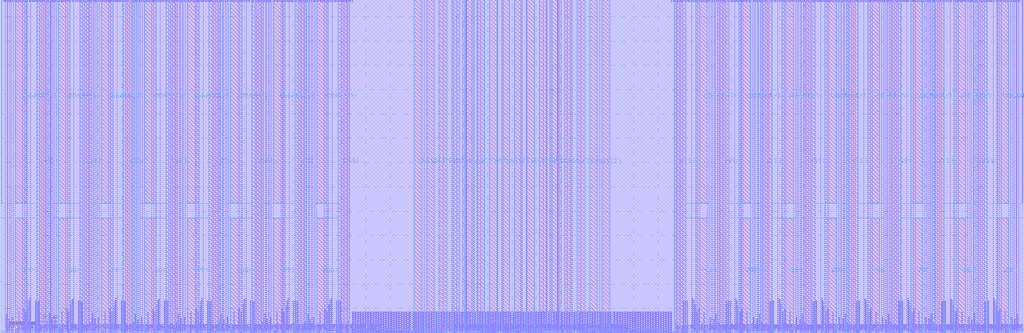
<source format=lef>
# ------------------------------------------------------
#
#		Copyright 2025 IHP PDK Authors
#
#		Licensed under the Apache License, Version 2.0 (the "License");
#		you may not use this file except in compliance with the License.
#		You may obtain a copy of the License at
#		
#		   https://www.apache.org/licenses/LICENSE-2.0
#		
#		Unless required by applicable law or agreed to in writing, software
#		distributed under the License is distributed on an "AS IS" BASIS,
#		WITHOUT WARRANTIES OR CONDITIONS OF ANY KIND, either express or implied.
#		See the License for the specific language governing permissions and
#		limitations under the License.
#		
#		Generated on Wed Aug 27 13:19:48 2025		
#
# ------------------------------------------------------ 
VERSION 5.7 ;
BUSBITCHARS "[]" ;
DIVIDERCHAR "/" ;

MACRO RM_IHPSG13_2P_256x16_c2_bm_bist
  CLASS BLOCK ;
  ORIGIN 0 0 ;
  FOREIGN RM_IHPSG13_2P_256x16_c2_bm_bist 0 0 ;
  SIZE 419.95 BY 136.97 ;
  SYMMETRY X Y R90 ;
  PIN A_DIN[8]
    DIRECTION INPUT ;
    USE SIGNAL ;
    ANTENNAPARTIALMETALAREA 3.9091 LAYER Metal2 ;
    ANTENNAMODEL OXIDE1 ;
      ANTENNAGATEAREA 0.20085 LAYER Metal2 ;
      ANTENNAMAXAREACAR 20.368932 LAYER Metal2 ;
    PORT
      LAYER Metal2 ;
        RECT 284.05 0 284.31 0.26 ;
    END
  END A_DIN[8]
  PIN A_DIN[7]
    DIRECTION INPUT ;
    USE SIGNAL ;
    ANTENNAPARTIALMETALAREA 3.9091 LAYER Metal2 ;
    ANTENNAMODEL OXIDE1 ;
      ANTENNAGATEAREA 0.20085 LAYER Metal2 ;
      ANTENNAMAXAREACAR 20.368932 LAYER Metal2 ;
    PORT
      LAYER Metal2 ;
        RECT 135.64 0 135.9 0.26 ;
    END
  END A_DIN[7]
  PIN A_BIST_DIN[8]
    DIRECTION INPUT ;
    USE SIGNAL ;
    ANTENNAPARTIALMETALAREA 4.136375 LAYER Metal2 ;
    ANTENNAMODEL OXIDE1 ;
      ANTENNAGATEAREA 0.20085 LAYER Metal2 ;
      ANTENNAMAXAREACAR 21.874907 LAYER Metal2 ;
    PORT
      LAYER Metal2 ;
        RECT 284.56 0 284.82 0.26 ;
    END
  END A_BIST_DIN[8]
  PIN A_BIST_DIN[7]
    DIRECTION INPUT ;
    USE SIGNAL ;
    ANTENNAPARTIALMETALAREA 4.136375 LAYER Metal2 ;
    ANTENNAMODEL OXIDE1 ;
      ANTENNAGATEAREA 0.20085 LAYER Metal2 ;
      ANTENNAMAXAREACAR 21.874907 LAYER Metal2 ;
    PORT
      LAYER Metal2 ;
        RECT 135.13 0 135.39 0.26 ;
    END
  END A_BIST_DIN[7]
  PIN A_BM[8]
    DIRECTION INPUT ;
    USE SIGNAL ;
    ANTENNAPARTIALMETALAREA 1.7264 LAYER Metal2 ;
    ANTENNAMODEL OXIDE1 ;
      ANTENNAGATEAREA 0.20085 LAYER Metal2 ;
      ANTENNAMAXAREACAR 9.501618 LAYER Metal2 ;
    PORT
      LAYER Metal2 ;
        RECT 292.72 0 292.98 0.26 ;
    END
  END A_BM[8]
  PIN A_BM[7]
    DIRECTION INPUT ;
    USE SIGNAL ;
    ANTENNAPARTIALMETALAREA 1.7264 LAYER Metal2 ;
    ANTENNAMODEL OXIDE1 ;
      ANTENNAGATEAREA 0.20085 LAYER Metal2 ;
      ANTENNAMAXAREACAR 9.501618 LAYER Metal2 ;
    PORT
      LAYER Metal2 ;
        RECT 126.97 0 127.23 0.26 ;
    END
  END A_BM[7]
  PIN A_BIST_BM[8]
    DIRECTION INPUT ;
    USE SIGNAL ;
    ANTENNAPARTIALMETALAREA 1.7602 LAYER Metal2 ;
    ANTENNAMODEL OXIDE1 ;
      ANTENNAGATEAREA 0.20085 LAYER Metal2 ;
      ANTENNAMAXAREACAR 9.678367 LAYER Metal2 ;
    PORT
      LAYER Metal2 ;
        RECT 291.345 0 291.605 0.26 ;
    END
  END A_BIST_BM[8]
  PIN A_BIST_BM[7]
    DIRECTION INPUT ;
    USE SIGNAL ;
    ANTENNAPARTIALMETALAREA 1.7602 LAYER Metal2 ;
    ANTENNAMODEL OXIDE1 ;
      ANTENNAGATEAREA 0.20085 LAYER Metal2 ;
      ANTENNAMAXAREACAR 9.678367 LAYER Metal2 ;
    PORT
      LAYER Metal2 ;
        RECT 128.345 0 128.605 0.26 ;
    END
  END A_BIST_BM[7]
  PIN A_DOUT[8]
    DIRECTION OUTPUT ;
    USE SIGNAL ;
    ANTENNAPARTIALMETALAREA 4.8256 LAYER Metal2 ;
    ANTENNADIFFAREA 0.988 LAYER Metal2 ;
    PORT
      LAYER Metal2 ;
        RECT 276.91 0 277.17 0.26 ;
    END
  END A_DOUT[8]
  PIN A_DOUT[7]
    DIRECTION OUTPUT ;
    USE SIGNAL ;
    ANTENNAPARTIALMETALAREA 4.8256 LAYER Metal2 ;
    ANTENNADIFFAREA 0.988 LAYER Metal2 ;
    PORT
      LAYER Metal2 ;
        RECT 142.78 0 143.04 0.26 ;
    END
  END A_DOUT[7]
  PIN B_DIN[8]
    DIRECTION INPUT ;
    USE SIGNAL ;
    ANTENNAPARTIALMETALAREA 2.925 LAYER Metal2 ;
    ANTENNAMODEL OXIDE1 ;
      ANTENNAGATEAREA 0.20085 LAYER Metal2 ;
      ANTENNAMAXAREACAR 15.469256 LAYER Metal2 ;
    PORT
      LAYER Metal2 ;
        RECT 286.6 0 286.86 0.26 ;
    END
  END B_DIN[8]
  PIN B_DIN[7]
    DIRECTION INPUT ;
    USE SIGNAL ;
    ANTENNAPARTIALMETALAREA 2.925 LAYER Metal2 ;
    ANTENNAMODEL OXIDE1 ;
      ANTENNAGATEAREA 0.20085 LAYER Metal2 ;
      ANTENNAMAXAREACAR 15.469256 LAYER Metal2 ;
    PORT
      LAYER Metal2 ;
        RECT 133.09 0 133.35 0.26 ;
    END
  END B_DIN[7]
  PIN B_BIST_DIN[8]
    DIRECTION INPUT ;
    USE SIGNAL ;
    ANTENNAPARTIALMETALAREA 2.9445 LAYER Metal2 ;
    ANTENNAMODEL OXIDE1 ;
      ANTENNAGATEAREA 0.20085 LAYER Metal2 ;
      ANTENNAMAXAREACAR 15.929052 LAYER Metal2 ;
    PORT
      LAYER Metal2 ;
        RECT 285.07 0 285.33 0.26 ;
    END
  END B_BIST_DIN[8]
  PIN B_BIST_DIN[7]
    DIRECTION INPUT ;
    USE SIGNAL ;
    ANTENNAPARTIALMETALAREA 2.9445 LAYER Metal2 ;
    ANTENNAMODEL OXIDE1 ;
      ANTENNAGATEAREA 0.20085 LAYER Metal2 ;
      ANTENNAMAXAREACAR 15.929052 LAYER Metal2 ;
    PORT
      LAYER Metal2 ;
        RECT 134.62 0 134.88 0.26 ;
    END
  END B_BIST_DIN[7]
  PIN B_BM[8]
    DIRECTION INPUT ;
    USE SIGNAL ;
    ANTENNAPARTIALMETALAREA 0.7007 LAYER Metal2 ;
    ANTENNAMODEL OXIDE1 ;
      ANTENNAGATEAREA 0.20085 LAYER Metal2 ;
      ANTENNAMAXAREACAR 4.394822 LAYER Metal2 ;
    PORT
      LAYER Metal2 ;
        RECT 278.085 0 278.345 0.26 ;
    END
  END B_BM[8]
  PIN B_BM[7]
    DIRECTION INPUT ;
    USE SIGNAL ;
    ANTENNAPARTIALMETALAREA 0.7007 LAYER Metal2 ;
    ANTENNAMODEL OXIDE1 ;
      ANTENNAGATEAREA 0.20085 LAYER Metal2 ;
      ANTENNAMAXAREACAR 4.394822 LAYER Metal2 ;
    PORT
      LAYER Metal2 ;
        RECT 141.605 0 141.865 0.26 ;
    END
  END B_BM[7]
  PIN B_BIST_BM[8]
    DIRECTION INPUT ;
    USE SIGNAL ;
    ANTENNAPARTIALMETALAREA 0.7007 LAYER Metal2 ;
    ANTENNAMODEL OXIDE1 ;
      ANTENNAGATEAREA 0.20085 LAYER Metal2 ;
      ANTENNAMAXAREACAR 4.394822 LAYER Metal2 ;
    PORT
      LAYER Metal2 ;
        RECT 279.615 0 279.875 0.26 ;
    END
  END B_BIST_BM[8]
  PIN B_BIST_BM[7]
    DIRECTION INPUT ;
    USE SIGNAL ;
    ANTENNAPARTIALMETALAREA 0.7007 LAYER Metal2 ;
    ANTENNAMODEL OXIDE1 ;
      ANTENNAGATEAREA 0.20085 LAYER Metal2 ;
      ANTENNAMAXAREACAR 4.394822 LAYER Metal2 ;
    PORT
      LAYER Metal2 ;
        RECT 140.075 0 140.335 0.26 ;
    END
  END B_BIST_BM[7]
  PIN B_DOUT[8]
    DIRECTION OUTPUT ;
    USE SIGNAL ;
    ANTENNAPARTIALMETALAREA 4.836 LAYER Metal2 ;
    ANTENNADIFFAREA 0.988 LAYER Metal2 ;
    PORT
      LAYER Metal2 ;
        RECT 293.74 0 294 0.26 ;
    END
  END B_DOUT[8]
  PIN B_DOUT[7]
    DIRECTION OUTPUT ;
    USE SIGNAL ;
    ANTENNAPARTIALMETALAREA 4.836 LAYER Metal2 ;
    ANTENNADIFFAREA 0.988 LAYER Metal2 ;
    PORT
      LAYER Metal2 ;
        RECT 125.95 0 126.21 0.26 ;
    END
  END B_DOUT[7]
  PIN VSS!
    DIRECTION INOUT ;
    USE GROUND ;
    NETEXPR "vss VSS!" ;
    PORT
      LAYER Metal4 ;
        RECT 400.545 0 404.965 136.97 ;
    END
    PORT
      LAYER Metal4 ;
        RECT 382.865 0 387.285 136.97 ;
    END
    PORT
      LAYER Metal4 ;
        RECT 365.185 0 369.605 136.97 ;
    END
    PORT
      LAYER Metal4 ;
        RECT 347.505 0 351.925 136.97 ;
    END
    PORT
      LAYER Metal4 ;
        RECT 329.825 0 334.245 136.97 ;
    END
    PORT
      LAYER Metal4 ;
        RECT 312.145 0 316.565 136.97 ;
    END
    PORT
      LAYER Metal4 ;
        RECT 294.465 0 298.885 136.97 ;
    END
    PORT
      LAYER Metal4 ;
        RECT 276.785 0 281.205 136.97 ;
    END
    PORT
      LAYER Metal4 ;
        RECT 247.195 0 250.005 136.97 ;
    END
    PORT
      LAYER Metal4 ;
        RECT 236.895 0 239.705 136.97 ;
    END
    PORT
      LAYER Metal4 ;
        RECT 221.445 0 224.255 136.97 ;
    END
    PORT
      LAYER Metal4 ;
        RECT 211.145 0 213.955 136.97 ;
    END
    PORT
      LAYER Metal4 ;
        RECT 205.995 0 208.805 136.97 ;
    END
    PORT
      LAYER Metal4 ;
        RECT 195.695 0 198.505 136.97 ;
    END
    PORT
      LAYER Metal4 ;
        RECT 180.245 0 183.055 136.97 ;
    END
    PORT
      LAYER Metal4 ;
        RECT 169.945 0 172.755 136.97 ;
    END
    PORT
      LAYER Metal4 ;
        RECT 138.745 0 143.165 136.97 ;
    END
    PORT
      LAYER Metal4 ;
        RECT 121.065 0 125.485 136.97 ;
    END
    PORT
      LAYER Metal4 ;
        RECT 103.385 0 107.805 136.97 ;
    END
    PORT
      LAYER Metal4 ;
        RECT 85.705 0 90.125 136.97 ;
    END
    PORT
      LAYER Metal4 ;
        RECT 68.025 0 72.445 136.97 ;
    END
    PORT
      LAYER Metal4 ;
        RECT 50.345 0 54.765 136.97 ;
    END
    PORT
      LAYER Metal4 ;
        RECT 32.665 0 37.085 136.97 ;
    END
    PORT
      LAYER Metal4 ;
        RECT 14.985 0 19.405 136.97 ;
    END
  END VSS!
  PIN VDD!
    DIRECTION INOUT ;
    USE POWER ;
    NETEXPR "vdd VDD!" ;
    PORT
      LAYER Metal4 ;
        RECT 409.385 0 413.805 47.045 ;
    END
    PORT
      LAYER Metal4 ;
        RECT 391.705 0 396.125 47.045 ;
    END
    PORT
      LAYER Metal4 ;
        RECT 374.025 0 378.445 47.045 ;
    END
    PORT
      LAYER Metal4 ;
        RECT 356.345 0 360.765 47.045 ;
    END
    PORT
      LAYER Metal4 ;
        RECT 338.665 0 343.085 47.045 ;
    END
    PORT
      LAYER Metal4 ;
        RECT 320.985 0 325.405 47.045 ;
    END
    PORT
      LAYER Metal4 ;
        RECT 303.305 0 307.725 47.045 ;
    END
    PORT
      LAYER Metal4 ;
        RECT 285.625 0 290.045 47.045 ;
    END
    PORT
      LAYER Metal4 ;
        RECT 242.045 0 244.855 136.97 ;
    END
    PORT
      LAYER Metal4 ;
        RECT 231.745 0 234.555 136.97 ;
    END
    PORT
      LAYER Metal4 ;
        RECT 226.595 0 229.405 136.97 ;
    END
    PORT
      LAYER Metal4 ;
        RECT 216.295 0 219.105 136.97 ;
    END
    PORT
      LAYER Metal4 ;
        RECT 200.845 0 203.655 136.97 ;
    END
    PORT
      LAYER Metal4 ;
        RECT 190.545 0 193.355 136.97 ;
    END
    PORT
      LAYER Metal4 ;
        RECT 185.395 0 188.205 136.97 ;
    END
    PORT
      LAYER Metal4 ;
        RECT 175.095 0 177.905 136.97 ;
    END
    PORT
      LAYER Metal4 ;
        RECT 129.905 0 134.325 47.045 ;
    END
    PORT
      LAYER Metal4 ;
        RECT 112.225 0 116.645 47.045 ;
    END
    PORT
      LAYER Metal4 ;
        RECT 94.545 0 98.965 47.045 ;
    END
    PORT
      LAYER Metal4 ;
        RECT 76.865 0 81.285 47.045 ;
    END
    PORT
      LAYER Metal4 ;
        RECT 59.185 0 63.605 47.045 ;
    END
    PORT
      LAYER Metal4 ;
        RECT 41.505 0 45.925 47.045 ;
    END
    PORT
      LAYER Metal4 ;
        RECT 23.825 0 28.245 47.045 ;
    END
    PORT
      LAYER Metal4 ;
        RECT 6.145 0 10.565 47.045 ;
    END
  END VDD!
  PIN VDDARRAY!
    DIRECTION INOUT ;
    USE POWER ;
    NETEXPR "vddarray VDDARRAY!" ;
    PORT
      LAYER Metal4 ;
        RECT 409.385 53.41 413.805 136.97 ;
    END
    PORT
      LAYER Metal4 ;
        RECT 391.705 53.41 396.125 136.97 ;
    END
    PORT
      LAYER Metal4 ;
        RECT 374.025 53.41 378.445 136.97 ;
    END
    PORT
      LAYER Metal4 ;
        RECT 356.345 53.41 360.765 136.97 ;
    END
    PORT
      LAYER Metal4 ;
        RECT 338.665 53.41 343.085 136.97 ;
    END
    PORT
      LAYER Metal4 ;
        RECT 320.985 53.41 325.405 136.97 ;
    END
    PORT
      LAYER Metal4 ;
        RECT 303.305 53.41 307.725 136.97 ;
    END
    PORT
      LAYER Metal4 ;
        RECT 285.625 53.41 290.045 136.97 ;
    END
    PORT
      LAYER Metal4 ;
        RECT 129.905 53.41 134.325 136.97 ;
    END
    PORT
      LAYER Metal4 ;
        RECT 112.225 53.41 116.645 136.97 ;
    END
    PORT
      LAYER Metal4 ;
        RECT 94.545 53.41 98.965 136.97 ;
    END
    PORT
      LAYER Metal4 ;
        RECT 76.865 53.41 81.285 136.97 ;
    END
    PORT
      LAYER Metal4 ;
        RECT 59.185 53.41 63.605 136.97 ;
    END
    PORT
      LAYER Metal4 ;
        RECT 41.505 53.41 45.925 136.97 ;
    END
    PORT
      LAYER Metal4 ;
        RECT 23.825 53.41 28.245 136.97 ;
    END
    PORT
      LAYER Metal4 ;
        RECT 6.145 53.41 10.565 136.97 ;
    END
  END VDDARRAY!
  PIN A_DIN[9]
    DIRECTION INPUT ;
    USE SIGNAL ;
    ANTENNAPARTIALMETALAREA 3.9091 LAYER Metal2 ;
    ANTENNAMODEL OXIDE1 ;
      ANTENNAGATEAREA 0.20085 LAYER Metal2 ;
      ANTENNAMAXAREACAR 20.368932 LAYER Metal2 ;
    PORT
      LAYER Metal2 ;
        RECT 301.73 0 301.99 0.26 ;
    END
  END A_DIN[9]
  PIN A_DIN[6]
    DIRECTION INPUT ;
    USE SIGNAL ;
    ANTENNAPARTIALMETALAREA 3.9091 LAYER Metal2 ;
    ANTENNAMODEL OXIDE1 ;
      ANTENNAGATEAREA 0.20085 LAYER Metal2 ;
      ANTENNAMAXAREACAR 20.368932 LAYER Metal2 ;
    PORT
      LAYER Metal2 ;
        RECT 117.96 0 118.22 0.26 ;
    END
  END A_DIN[6]
  PIN A_BIST_DIN[9]
    DIRECTION INPUT ;
    USE SIGNAL ;
    ANTENNAPARTIALMETALAREA 4.136375 LAYER Metal2 ;
    ANTENNAMODEL OXIDE1 ;
      ANTENNAGATEAREA 0.20085 LAYER Metal2 ;
      ANTENNAMAXAREACAR 21.874907 LAYER Metal2 ;
    PORT
      LAYER Metal2 ;
        RECT 302.24 0 302.5 0.26 ;
    END
  END A_BIST_DIN[9]
  PIN A_BIST_DIN[6]
    DIRECTION INPUT ;
    USE SIGNAL ;
    ANTENNAPARTIALMETALAREA 4.136375 LAYER Metal2 ;
    ANTENNAMODEL OXIDE1 ;
      ANTENNAGATEAREA 0.20085 LAYER Metal2 ;
      ANTENNAMAXAREACAR 21.874907 LAYER Metal2 ;
    PORT
      LAYER Metal2 ;
        RECT 117.45 0 117.71 0.26 ;
    END
  END A_BIST_DIN[6]
  PIN A_BM[9]
    DIRECTION INPUT ;
    USE SIGNAL ;
    ANTENNAPARTIALMETALAREA 1.7264 LAYER Metal2 ;
    ANTENNAMODEL OXIDE1 ;
      ANTENNAGATEAREA 0.20085 LAYER Metal2 ;
      ANTENNAMAXAREACAR 9.501618 LAYER Metal2 ;
    PORT
      LAYER Metal2 ;
        RECT 310.4 0 310.66 0.26 ;
    END
  END A_BM[9]
  PIN A_BM[6]
    DIRECTION INPUT ;
    USE SIGNAL ;
    ANTENNAPARTIALMETALAREA 1.7264 LAYER Metal2 ;
    ANTENNAMODEL OXIDE1 ;
      ANTENNAGATEAREA 0.20085 LAYER Metal2 ;
      ANTENNAMAXAREACAR 9.501618 LAYER Metal2 ;
    PORT
      LAYER Metal2 ;
        RECT 109.29 0 109.55 0.26 ;
    END
  END A_BM[6]
  PIN A_BIST_BM[9]
    DIRECTION INPUT ;
    USE SIGNAL ;
    ANTENNAPARTIALMETALAREA 1.7602 LAYER Metal2 ;
    ANTENNAMODEL OXIDE1 ;
      ANTENNAGATEAREA 0.20085 LAYER Metal2 ;
      ANTENNAMAXAREACAR 9.678367 LAYER Metal2 ;
    PORT
      LAYER Metal2 ;
        RECT 309.025 0 309.285 0.26 ;
    END
  END A_BIST_BM[9]
  PIN A_BIST_BM[6]
    DIRECTION INPUT ;
    USE SIGNAL ;
    ANTENNAPARTIALMETALAREA 1.7602 LAYER Metal2 ;
    ANTENNAMODEL OXIDE1 ;
      ANTENNAGATEAREA 0.20085 LAYER Metal2 ;
      ANTENNAMAXAREACAR 9.678367 LAYER Metal2 ;
    PORT
      LAYER Metal2 ;
        RECT 110.665 0 110.925 0.26 ;
    END
  END A_BIST_BM[6]
  PIN A_DOUT[9]
    DIRECTION OUTPUT ;
    USE SIGNAL ;
    ANTENNAPARTIALMETALAREA 4.8256 LAYER Metal2 ;
    ANTENNADIFFAREA 0.988 LAYER Metal2 ;
    PORT
      LAYER Metal2 ;
        RECT 294.59 0 294.85 0.26 ;
    END
  END A_DOUT[9]
  PIN A_DOUT[6]
    DIRECTION OUTPUT ;
    USE SIGNAL ;
    ANTENNAPARTIALMETALAREA 4.8256 LAYER Metal2 ;
    ANTENNADIFFAREA 0.988 LAYER Metal2 ;
    PORT
      LAYER Metal2 ;
        RECT 125.1 0 125.36 0.26 ;
    END
  END A_DOUT[6]
  PIN B_DIN[9]
    DIRECTION INPUT ;
    USE SIGNAL ;
    ANTENNAPARTIALMETALAREA 2.925 LAYER Metal2 ;
    ANTENNAMODEL OXIDE1 ;
      ANTENNAGATEAREA 0.20085 LAYER Metal2 ;
      ANTENNAMAXAREACAR 15.469256 LAYER Metal2 ;
    PORT
      LAYER Metal2 ;
        RECT 304.28 0 304.54 0.26 ;
    END
  END B_DIN[9]
  PIN B_DIN[6]
    DIRECTION INPUT ;
    USE SIGNAL ;
    ANTENNAPARTIALMETALAREA 2.925 LAYER Metal2 ;
    ANTENNAMODEL OXIDE1 ;
      ANTENNAGATEAREA 0.20085 LAYER Metal2 ;
      ANTENNAMAXAREACAR 15.469256 LAYER Metal2 ;
    PORT
      LAYER Metal2 ;
        RECT 115.41 0 115.67 0.26 ;
    END
  END B_DIN[6]
  PIN B_BIST_DIN[9]
    DIRECTION INPUT ;
    USE SIGNAL ;
    ANTENNAPARTIALMETALAREA 2.9445 LAYER Metal2 ;
    ANTENNAMODEL OXIDE1 ;
      ANTENNAGATEAREA 0.20085 LAYER Metal2 ;
      ANTENNAMAXAREACAR 15.929052 LAYER Metal2 ;
    PORT
      LAYER Metal2 ;
        RECT 302.75 0 303.01 0.26 ;
    END
  END B_BIST_DIN[9]
  PIN B_BIST_DIN[6]
    DIRECTION INPUT ;
    USE SIGNAL ;
    ANTENNAPARTIALMETALAREA 2.9445 LAYER Metal2 ;
    ANTENNAMODEL OXIDE1 ;
      ANTENNAGATEAREA 0.20085 LAYER Metal2 ;
      ANTENNAMAXAREACAR 15.929052 LAYER Metal2 ;
    PORT
      LAYER Metal2 ;
        RECT 116.94 0 117.2 0.26 ;
    END
  END B_BIST_DIN[6]
  PIN B_BM[9]
    DIRECTION INPUT ;
    USE SIGNAL ;
    ANTENNAPARTIALMETALAREA 0.7007 LAYER Metal2 ;
    ANTENNAMODEL OXIDE1 ;
      ANTENNAGATEAREA 0.20085 LAYER Metal2 ;
      ANTENNAMAXAREACAR 4.394822 LAYER Metal2 ;
    PORT
      LAYER Metal2 ;
        RECT 295.765 0 296.025 0.26 ;
    END
  END B_BM[9]
  PIN B_BM[6]
    DIRECTION INPUT ;
    USE SIGNAL ;
    ANTENNAPARTIALMETALAREA 0.7007 LAYER Metal2 ;
    ANTENNAMODEL OXIDE1 ;
      ANTENNAGATEAREA 0.20085 LAYER Metal2 ;
      ANTENNAMAXAREACAR 4.394822 LAYER Metal2 ;
    PORT
      LAYER Metal2 ;
        RECT 123.925 0 124.185 0.26 ;
    END
  END B_BM[6]
  PIN B_BIST_BM[9]
    DIRECTION INPUT ;
    USE SIGNAL ;
    ANTENNAPARTIALMETALAREA 0.7007 LAYER Metal2 ;
    ANTENNAMODEL OXIDE1 ;
      ANTENNAGATEAREA 0.20085 LAYER Metal2 ;
      ANTENNAMAXAREACAR 4.394822 LAYER Metal2 ;
    PORT
      LAYER Metal2 ;
        RECT 297.295 0 297.555 0.26 ;
    END
  END B_BIST_BM[9]
  PIN B_BIST_BM[6]
    DIRECTION INPUT ;
    USE SIGNAL ;
    ANTENNAPARTIALMETALAREA 0.7007 LAYER Metal2 ;
    ANTENNAMODEL OXIDE1 ;
      ANTENNAGATEAREA 0.20085 LAYER Metal2 ;
      ANTENNAMAXAREACAR 4.394822 LAYER Metal2 ;
    PORT
      LAYER Metal2 ;
        RECT 122.395 0 122.655 0.26 ;
    END
  END B_BIST_BM[6]
  PIN B_DOUT[9]
    DIRECTION OUTPUT ;
    USE SIGNAL ;
    ANTENNAPARTIALMETALAREA 4.836 LAYER Metal2 ;
    ANTENNADIFFAREA 0.988 LAYER Metal2 ;
    PORT
      LAYER Metal2 ;
        RECT 311.42 0 311.68 0.26 ;
    END
  END B_DOUT[9]
  PIN B_DOUT[6]
    DIRECTION OUTPUT ;
    USE SIGNAL ;
    ANTENNAPARTIALMETALAREA 4.836 LAYER Metal2 ;
    ANTENNADIFFAREA 0.988 LAYER Metal2 ;
    PORT
      LAYER Metal2 ;
        RECT 108.27 0 108.53 0.26 ;
    END
  END B_DOUT[6]
  PIN A_DIN[10]
    DIRECTION INPUT ;
    USE SIGNAL ;
    ANTENNAPARTIALMETALAREA 3.9091 LAYER Metal2 ;
    ANTENNAMODEL OXIDE1 ;
      ANTENNAGATEAREA 0.20085 LAYER Metal2 ;
      ANTENNAMAXAREACAR 20.368932 LAYER Metal2 ;
    PORT
      LAYER Metal2 ;
        RECT 319.41 0 319.67 0.26 ;
    END
  END A_DIN[10]
  PIN A_DIN[5]
    DIRECTION INPUT ;
    USE SIGNAL ;
    ANTENNAPARTIALMETALAREA 3.9091 LAYER Metal2 ;
    ANTENNAMODEL OXIDE1 ;
      ANTENNAGATEAREA 0.20085 LAYER Metal2 ;
      ANTENNAMAXAREACAR 20.368932 LAYER Metal2 ;
    PORT
      LAYER Metal2 ;
        RECT 100.28 0 100.54 0.26 ;
    END
  END A_DIN[5]
  PIN A_BIST_DIN[10]
    DIRECTION INPUT ;
    USE SIGNAL ;
    ANTENNAPARTIALMETALAREA 4.136375 LAYER Metal2 ;
    ANTENNAMODEL OXIDE1 ;
      ANTENNAGATEAREA 0.20085 LAYER Metal2 ;
      ANTENNAMAXAREACAR 21.874907 LAYER Metal2 ;
    PORT
      LAYER Metal2 ;
        RECT 319.92 0 320.18 0.26 ;
    END
  END A_BIST_DIN[10]
  PIN A_BIST_DIN[5]
    DIRECTION INPUT ;
    USE SIGNAL ;
    ANTENNAPARTIALMETALAREA 4.136375 LAYER Metal2 ;
    ANTENNAMODEL OXIDE1 ;
      ANTENNAGATEAREA 0.20085 LAYER Metal2 ;
      ANTENNAMAXAREACAR 21.874907 LAYER Metal2 ;
    PORT
      LAYER Metal2 ;
        RECT 99.77 0 100.03 0.26 ;
    END
  END A_BIST_DIN[5]
  PIN A_BM[10]
    DIRECTION INPUT ;
    USE SIGNAL ;
    ANTENNAPARTIALMETALAREA 1.7264 LAYER Metal2 ;
    ANTENNAMODEL OXIDE1 ;
      ANTENNAGATEAREA 0.20085 LAYER Metal2 ;
      ANTENNAMAXAREACAR 9.501618 LAYER Metal2 ;
    PORT
      LAYER Metal2 ;
        RECT 328.08 0 328.34 0.26 ;
    END
  END A_BM[10]
  PIN A_BM[5]
    DIRECTION INPUT ;
    USE SIGNAL ;
    ANTENNAPARTIALMETALAREA 1.7264 LAYER Metal2 ;
    ANTENNAMODEL OXIDE1 ;
      ANTENNAGATEAREA 0.20085 LAYER Metal2 ;
      ANTENNAMAXAREACAR 9.501618 LAYER Metal2 ;
    PORT
      LAYER Metal2 ;
        RECT 91.61 0 91.87 0.26 ;
    END
  END A_BM[5]
  PIN A_BIST_BM[10]
    DIRECTION INPUT ;
    USE SIGNAL ;
    ANTENNAPARTIALMETALAREA 1.7602 LAYER Metal2 ;
    ANTENNAMODEL OXIDE1 ;
      ANTENNAGATEAREA 0.20085 LAYER Metal2 ;
      ANTENNAMAXAREACAR 9.678367 LAYER Metal2 ;
    PORT
      LAYER Metal2 ;
        RECT 326.705 0 326.965 0.26 ;
    END
  END A_BIST_BM[10]
  PIN A_BIST_BM[5]
    DIRECTION INPUT ;
    USE SIGNAL ;
    ANTENNAPARTIALMETALAREA 1.7602 LAYER Metal2 ;
    ANTENNAMODEL OXIDE1 ;
      ANTENNAGATEAREA 0.20085 LAYER Metal2 ;
      ANTENNAMAXAREACAR 9.678367 LAYER Metal2 ;
    PORT
      LAYER Metal2 ;
        RECT 92.985 0 93.245 0.26 ;
    END
  END A_BIST_BM[5]
  PIN A_DOUT[10]
    DIRECTION OUTPUT ;
    USE SIGNAL ;
    ANTENNAPARTIALMETALAREA 4.8256 LAYER Metal2 ;
    ANTENNADIFFAREA 0.988 LAYER Metal2 ;
    PORT
      LAYER Metal2 ;
        RECT 312.27 0 312.53 0.26 ;
    END
  END A_DOUT[10]
  PIN A_DOUT[5]
    DIRECTION OUTPUT ;
    USE SIGNAL ;
    ANTENNAPARTIALMETALAREA 4.8256 LAYER Metal2 ;
    ANTENNADIFFAREA 0.988 LAYER Metal2 ;
    PORT
      LAYER Metal2 ;
        RECT 107.42 0 107.68 0.26 ;
    END
  END A_DOUT[5]
  PIN B_DIN[10]
    DIRECTION INPUT ;
    USE SIGNAL ;
    ANTENNAPARTIALMETALAREA 2.925 LAYER Metal2 ;
    ANTENNAMODEL OXIDE1 ;
      ANTENNAGATEAREA 0.20085 LAYER Metal2 ;
      ANTENNAMAXAREACAR 15.469256 LAYER Metal2 ;
    PORT
      LAYER Metal2 ;
        RECT 321.96 0 322.22 0.26 ;
    END
  END B_DIN[10]
  PIN B_DIN[5]
    DIRECTION INPUT ;
    USE SIGNAL ;
    ANTENNAPARTIALMETALAREA 2.925 LAYER Metal2 ;
    ANTENNAMODEL OXIDE1 ;
      ANTENNAGATEAREA 0.20085 LAYER Metal2 ;
      ANTENNAMAXAREACAR 15.469256 LAYER Metal2 ;
    PORT
      LAYER Metal2 ;
        RECT 97.73 0 97.99 0.26 ;
    END
  END B_DIN[5]
  PIN B_BIST_DIN[10]
    DIRECTION INPUT ;
    USE SIGNAL ;
    ANTENNAPARTIALMETALAREA 2.9445 LAYER Metal2 ;
    ANTENNAMODEL OXIDE1 ;
      ANTENNAGATEAREA 0.20085 LAYER Metal2 ;
      ANTENNAMAXAREACAR 15.929052 LAYER Metal2 ;
    PORT
      LAYER Metal2 ;
        RECT 320.43 0 320.69 0.26 ;
    END
  END B_BIST_DIN[10]
  PIN B_BIST_DIN[5]
    DIRECTION INPUT ;
    USE SIGNAL ;
    ANTENNAPARTIALMETALAREA 2.9445 LAYER Metal2 ;
    ANTENNAMODEL OXIDE1 ;
      ANTENNAGATEAREA 0.20085 LAYER Metal2 ;
      ANTENNAMAXAREACAR 15.929052 LAYER Metal2 ;
    PORT
      LAYER Metal2 ;
        RECT 99.26 0 99.52 0.26 ;
    END
  END B_BIST_DIN[5]
  PIN B_BM[10]
    DIRECTION INPUT ;
    USE SIGNAL ;
    ANTENNAPARTIALMETALAREA 0.7007 LAYER Metal2 ;
    ANTENNAMODEL OXIDE1 ;
      ANTENNAGATEAREA 0.20085 LAYER Metal2 ;
      ANTENNAMAXAREACAR 4.394822 LAYER Metal2 ;
    PORT
      LAYER Metal2 ;
        RECT 313.445 0 313.705 0.26 ;
    END
  END B_BM[10]
  PIN B_BM[5]
    DIRECTION INPUT ;
    USE SIGNAL ;
    ANTENNAPARTIALMETALAREA 0.7007 LAYER Metal2 ;
    ANTENNAMODEL OXIDE1 ;
      ANTENNAGATEAREA 0.20085 LAYER Metal2 ;
      ANTENNAMAXAREACAR 4.394822 LAYER Metal2 ;
    PORT
      LAYER Metal2 ;
        RECT 106.245 0 106.505 0.26 ;
    END
  END B_BM[5]
  PIN B_BIST_BM[10]
    DIRECTION INPUT ;
    USE SIGNAL ;
    ANTENNAPARTIALMETALAREA 0.7007 LAYER Metal2 ;
    ANTENNAMODEL OXIDE1 ;
      ANTENNAGATEAREA 0.20085 LAYER Metal2 ;
      ANTENNAMAXAREACAR 4.394822 LAYER Metal2 ;
    PORT
      LAYER Metal2 ;
        RECT 314.975 0 315.235 0.26 ;
    END
  END B_BIST_BM[10]
  PIN B_BIST_BM[5]
    DIRECTION INPUT ;
    USE SIGNAL ;
    ANTENNAPARTIALMETALAREA 0.7007 LAYER Metal2 ;
    ANTENNAMODEL OXIDE1 ;
      ANTENNAGATEAREA 0.20085 LAYER Metal2 ;
      ANTENNAMAXAREACAR 4.394822 LAYER Metal2 ;
    PORT
      LAYER Metal2 ;
        RECT 104.715 0 104.975 0.26 ;
    END
  END B_BIST_BM[5]
  PIN B_DOUT[10]
    DIRECTION OUTPUT ;
    USE SIGNAL ;
    ANTENNAPARTIALMETALAREA 4.836 LAYER Metal2 ;
    ANTENNADIFFAREA 0.988 LAYER Metal2 ;
    PORT
      LAYER Metal2 ;
        RECT 329.1 0 329.36 0.26 ;
    END
  END B_DOUT[10]
  PIN B_DOUT[5]
    DIRECTION OUTPUT ;
    USE SIGNAL ;
    ANTENNAPARTIALMETALAREA 4.836 LAYER Metal2 ;
    ANTENNADIFFAREA 0.988 LAYER Metal2 ;
    PORT
      LAYER Metal2 ;
        RECT 90.59 0 90.85 0.26 ;
    END
  END B_DOUT[5]
  PIN A_DIN[11]
    DIRECTION INPUT ;
    USE SIGNAL ;
    ANTENNAPARTIALMETALAREA 3.9091 LAYER Metal2 ;
    ANTENNAMODEL OXIDE1 ;
      ANTENNAGATEAREA 0.20085 LAYER Metal2 ;
      ANTENNAMAXAREACAR 20.368932 LAYER Metal2 ;
    PORT
      LAYER Metal2 ;
        RECT 337.09 0 337.35 0.26 ;
    END
  END A_DIN[11]
  PIN A_DIN[4]
    DIRECTION INPUT ;
    USE SIGNAL ;
    ANTENNAPARTIALMETALAREA 3.9091 LAYER Metal2 ;
    ANTENNAMODEL OXIDE1 ;
      ANTENNAGATEAREA 0.20085 LAYER Metal2 ;
      ANTENNAMAXAREACAR 20.368932 LAYER Metal2 ;
    PORT
      LAYER Metal2 ;
        RECT 82.6 0 82.86 0.26 ;
    END
  END A_DIN[4]
  PIN A_BIST_DIN[11]
    DIRECTION INPUT ;
    USE SIGNAL ;
    ANTENNAPARTIALMETALAREA 4.136375 LAYER Metal2 ;
    ANTENNAMODEL OXIDE1 ;
      ANTENNAGATEAREA 0.20085 LAYER Metal2 ;
      ANTENNAMAXAREACAR 21.874907 LAYER Metal2 ;
    PORT
      LAYER Metal2 ;
        RECT 337.6 0 337.86 0.26 ;
    END
  END A_BIST_DIN[11]
  PIN A_BIST_DIN[4]
    DIRECTION INPUT ;
    USE SIGNAL ;
    ANTENNAPARTIALMETALAREA 4.136375 LAYER Metal2 ;
    ANTENNAMODEL OXIDE1 ;
      ANTENNAGATEAREA 0.20085 LAYER Metal2 ;
      ANTENNAMAXAREACAR 21.874907 LAYER Metal2 ;
    PORT
      LAYER Metal2 ;
        RECT 82.09 0 82.35 0.26 ;
    END
  END A_BIST_DIN[4]
  PIN A_BM[11]
    DIRECTION INPUT ;
    USE SIGNAL ;
    ANTENNAPARTIALMETALAREA 1.7264 LAYER Metal2 ;
    ANTENNAMODEL OXIDE1 ;
      ANTENNAGATEAREA 0.20085 LAYER Metal2 ;
      ANTENNAMAXAREACAR 9.501618 LAYER Metal2 ;
    PORT
      LAYER Metal2 ;
        RECT 345.76 0 346.02 0.26 ;
    END
  END A_BM[11]
  PIN A_BM[4]
    DIRECTION INPUT ;
    USE SIGNAL ;
    ANTENNAPARTIALMETALAREA 1.7264 LAYER Metal2 ;
    ANTENNAMODEL OXIDE1 ;
      ANTENNAGATEAREA 0.20085 LAYER Metal2 ;
      ANTENNAMAXAREACAR 9.501618 LAYER Metal2 ;
    PORT
      LAYER Metal2 ;
        RECT 73.93 0 74.19 0.26 ;
    END
  END A_BM[4]
  PIN A_BIST_BM[11]
    DIRECTION INPUT ;
    USE SIGNAL ;
    ANTENNAPARTIALMETALAREA 1.7602 LAYER Metal2 ;
    ANTENNAMODEL OXIDE1 ;
      ANTENNAGATEAREA 0.20085 LAYER Metal2 ;
      ANTENNAMAXAREACAR 9.678367 LAYER Metal2 ;
    PORT
      LAYER Metal2 ;
        RECT 344.385 0 344.645 0.26 ;
    END
  END A_BIST_BM[11]
  PIN A_BIST_BM[4]
    DIRECTION INPUT ;
    USE SIGNAL ;
    ANTENNAPARTIALMETALAREA 1.7602 LAYER Metal2 ;
    ANTENNAMODEL OXIDE1 ;
      ANTENNAGATEAREA 0.20085 LAYER Metal2 ;
      ANTENNAMAXAREACAR 9.678367 LAYER Metal2 ;
    PORT
      LAYER Metal2 ;
        RECT 75.305 0 75.565 0.26 ;
    END
  END A_BIST_BM[4]
  PIN A_DOUT[11]
    DIRECTION OUTPUT ;
    USE SIGNAL ;
    ANTENNAPARTIALMETALAREA 4.8256 LAYER Metal2 ;
    ANTENNADIFFAREA 0.988 LAYER Metal2 ;
    PORT
      LAYER Metal2 ;
        RECT 329.95 0 330.21 0.26 ;
    END
  END A_DOUT[11]
  PIN A_DOUT[4]
    DIRECTION OUTPUT ;
    USE SIGNAL ;
    ANTENNAPARTIALMETALAREA 4.8256 LAYER Metal2 ;
    ANTENNADIFFAREA 0.988 LAYER Metal2 ;
    PORT
      LAYER Metal2 ;
        RECT 89.74 0 90 0.26 ;
    END
  END A_DOUT[4]
  PIN B_DIN[11]
    DIRECTION INPUT ;
    USE SIGNAL ;
    ANTENNAPARTIALMETALAREA 2.925 LAYER Metal2 ;
    ANTENNAMODEL OXIDE1 ;
      ANTENNAGATEAREA 0.20085 LAYER Metal2 ;
      ANTENNAMAXAREACAR 15.469256 LAYER Metal2 ;
    PORT
      LAYER Metal2 ;
        RECT 339.64 0 339.9 0.26 ;
    END
  END B_DIN[11]
  PIN B_DIN[4]
    DIRECTION INPUT ;
    USE SIGNAL ;
    ANTENNAPARTIALMETALAREA 2.925 LAYER Metal2 ;
    ANTENNAMODEL OXIDE1 ;
      ANTENNAGATEAREA 0.20085 LAYER Metal2 ;
      ANTENNAMAXAREACAR 15.469256 LAYER Metal2 ;
    PORT
      LAYER Metal2 ;
        RECT 80.05 0 80.31 0.26 ;
    END
  END B_DIN[4]
  PIN B_BIST_DIN[11]
    DIRECTION INPUT ;
    USE SIGNAL ;
    ANTENNAPARTIALMETALAREA 2.9445 LAYER Metal2 ;
    ANTENNAMODEL OXIDE1 ;
      ANTENNAGATEAREA 0.20085 LAYER Metal2 ;
      ANTENNAMAXAREACAR 15.929052 LAYER Metal2 ;
    PORT
      LAYER Metal2 ;
        RECT 338.11 0 338.37 0.26 ;
    END
  END B_BIST_DIN[11]
  PIN B_BIST_DIN[4]
    DIRECTION INPUT ;
    USE SIGNAL ;
    ANTENNAPARTIALMETALAREA 2.9445 LAYER Metal2 ;
    ANTENNAMODEL OXIDE1 ;
      ANTENNAGATEAREA 0.20085 LAYER Metal2 ;
      ANTENNAMAXAREACAR 15.929052 LAYER Metal2 ;
    PORT
      LAYER Metal2 ;
        RECT 81.58 0 81.84 0.26 ;
    END
  END B_BIST_DIN[4]
  PIN B_BM[11]
    DIRECTION INPUT ;
    USE SIGNAL ;
    ANTENNAPARTIALMETALAREA 0.7007 LAYER Metal2 ;
    ANTENNAMODEL OXIDE1 ;
      ANTENNAGATEAREA 0.20085 LAYER Metal2 ;
      ANTENNAMAXAREACAR 4.394822 LAYER Metal2 ;
    PORT
      LAYER Metal2 ;
        RECT 331.125 0 331.385 0.26 ;
    END
  END B_BM[11]
  PIN B_BM[4]
    DIRECTION INPUT ;
    USE SIGNAL ;
    ANTENNAPARTIALMETALAREA 0.7007 LAYER Metal2 ;
    ANTENNAMODEL OXIDE1 ;
      ANTENNAGATEAREA 0.20085 LAYER Metal2 ;
      ANTENNAMAXAREACAR 4.394822 LAYER Metal2 ;
    PORT
      LAYER Metal2 ;
        RECT 88.565 0 88.825 0.26 ;
    END
  END B_BM[4]
  PIN B_BIST_BM[11]
    DIRECTION INPUT ;
    USE SIGNAL ;
    ANTENNAPARTIALMETALAREA 0.7007 LAYER Metal2 ;
    ANTENNAMODEL OXIDE1 ;
      ANTENNAGATEAREA 0.20085 LAYER Metal2 ;
      ANTENNAMAXAREACAR 4.394822 LAYER Metal2 ;
    PORT
      LAYER Metal2 ;
        RECT 332.655 0 332.915 0.26 ;
    END
  END B_BIST_BM[11]
  PIN B_BIST_BM[4]
    DIRECTION INPUT ;
    USE SIGNAL ;
    ANTENNAPARTIALMETALAREA 0.7007 LAYER Metal2 ;
    ANTENNAMODEL OXIDE1 ;
      ANTENNAGATEAREA 0.20085 LAYER Metal2 ;
      ANTENNAMAXAREACAR 4.394822 LAYER Metal2 ;
    PORT
      LAYER Metal2 ;
        RECT 87.035 0 87.295 0.26 ;
    END
  END B_BIST_BM[4]
  PIN B_DOUT[11]
    DIRECTION OUTPUT ;
    USE SIGNAL ;
    ANTENNAPARTIALMETALAREA 4.836 LAYER Metal2 ;
    ANTENNADIFFAREA 0.988 LAYER Metal2 ;
    PORT
      LAYER Metal2 ;
        RECT 346.78 0 347.04 0.26 ;
    END
  END B_DOUT[11]
  PIN B_DOUT[4]
    DIRECTION OUTPUT ;
    USE SIGNAL ;
    ANTENNAPARTIALMETALAREA 4.836 LAYER Metal2 ;
    ANTENNADIFFAREA 0.988 LAYER Metal2 ;
    PORT
      LAYER Metal2 ;
        RECT 72.91 0 73.17 0.26 ;
    END
  END B_DOUT[4]
  PIN A_DIN[12]
    DIRECTION INPUT ;
    USE SIGNAL ;
    ANTENNAPARTIALMETALAREA 3.9091 LAYER Metal2 ;
    ANTENNAMODEL OXIDE1 ;
      ANTENNAGATEAREA 0.20085 LAYER Metal2 ;
      ANTENNAMAXAREACAR 20.368932 LAYER Metal2 ;
    PORT
      LAYER Metal2 ;
        RECT 354.77 0 355.03 0.26 ;
    END
  END A_DIN[12]
  PIN A_DIN[3]
    DIRECTION INPUT ;
    USE SIGNAL ;
    ANTENNAPARTIALMETALAREA 3.9091 LAYER Metal2 ;
    ANTENNAMODEL OXIDE1 ;
      ANTENNAGATEAREA 0.20085 LAYER Metal2 ;
      ANTENNAMAXAREACAR 20.368932 LAYER Metal2 ;
    PORT
      LAYER Metal2 ;
        RECT 64.92 0 65.18 0.26 ;
    END
  END A_DIN[3]
  PIN A_BIST_DIN[12]
    DIRECTION INPUT ;
    USE SIGNAL ;
    ANTENNAPARTIALMETALAREA 4.136375 LAYER Metal2 ;
    ANTENNAMODEL OXIDE1 ;
      ANTENNAGATEAREA 0.20085 LAYER Metal2 ;
      ANTENNAMAXAREACAR 21.874907 LAYER Metal2 ;
    PORT
      LAYER Metal2 ;
        RECT 355.28 0 355.54 0.26 ;
    END
  END A_BIST_DIN[12]
  PIN A_BIST_DIN[3]
    DIRECTION INPUT ;
    USE SIGNAL ;
    ANTENNAPARTIALMETALAREA 4.136375 LAYER Metal2 ;
    ANTENNAMODEL OXIDE1 ;
      ANTENNAGATEAREA 0.20085 LAYER Metal2 ;
      ANTENNAMAXAREACAR 21.874907 LAYER Metal2 ;
    PORT
      LAYER Metal2 ;
        RECT 64.41 0 64.67 0.26 ;
    END
  END A_BIST_DIN[3]
  PIN A_BM[12]
    DIRECTION INPUT ;
    USE SIGNAL ;
    ANTENNAPARTIALMETALAREA 1.7264 LAYER Metal2 ;
    ANTENNAMODEL OXIDE1 ;
      ANTENNAGATEAREA 0.20085 LAYER Metal2 ;
      ANTENNAMAXAREACAR 9.501618 LAYER Metal2 ;
    PORT
      LAYER Metal2 ;
        RECT 363.44 0 363.7 0.26 ;
    END
  END A_BM[12]
  PIN A_BM[3]
    DIRECTION INPUT ;
    USE SIGNAL ;
    ANTENNAPARTIALMETALAREA 1.7264 LAYER Metal2 ;
    ANTENNAMODEL OXIDE1 ;
      ANTENNAGATEAREA 0.20085 LAYER Metal2 ;
      ANTENNAMAXAREACAR 9.501618 LAYER Metal2 ;
    PORT
      LAYER Metal2 ;
        RECT 56.25 0 56.51 0.26 ;
    END
  END A_BM[3]
  PIN A_BIST_BM[12]
    DIRECTION INPUT ;
    USE SIGNAL ;
    ANTENNAPARTIALMETALAREA 1.7602 LAYER Metal2 ;
    ANTENNAMODEL OXIDE1 ;
      ANTENNAGATEAREA 0.20085 LAYER Metal2 ;
      ANTENNAMAXAREACAR 9.678367 LAYER Metal2 ;
    PORT
      LAYER Metal2 ;
        RECT 362.065 0 362.325 0.26 ;
    END
  END A_BIST_BM[12]
  PIN A_BIST_BM[3]
    DIRECTION INPUT ;
    USE SIGNAL ;
    ANTENNAPARTIALMETALAREA 1.7602 LAYER Metal2 ;
    ANTENNAMODEL OXIDE1 ;
      ANTENNAGATEAREA 0.20085 LAYER Metal2 ;
      ANTENNAMAXAREACAR 9.678367 LAYER Metal2 ;
    PORT
      LAYER Metal2 ;
        RECT 57.625 0 57.885 0.26 ;
    END
  END A_BIST_BM[3]
  PIN A_DOUT[12]
    DIRECTION OUTPUT ;
    USE SIGNAL ;
    ANTENNAPARTIALMETALAREA 4.8256 LAYER Metal2 ;
    ANTENNADIFFAREA 0.988 LAYER Metal2 ;
    PORT
      LAYER Metal2 ;
        RECT 347.63 0 347.89 0.26 ;
    END
  END A_DOUT[12]
  PIN A_DOUT[3]
    DIRECTION OUTPUT ;
    USE SIGNAL ;
    ANTENNAPARTIALMETALAREA 4.8256 LAYER Metal2 ;
    ANTENNADIFFAREA 0.988 LAYER Metal2 ;
    PORT
      LAYER Metal2 ;
        RECT 72.06 0 72.32 0.26 ;
    END
  END A_DOUT[3]
  PIN B_DIN[12]
    DIRECTION INPUT ;
    USE SIGNAL ;
    ANTENNAPARTIALMETALAREA 2.925 LAYER Metal2 ;
    ANTENNAMODEL OXIDE1 ;
      ANTENNAGATEAREA 0.20085 LAYER Metal2 ;
      ANTENNAMAXAREACAR 15.469256 LAYER Metal2 ;
    PORT
      LAYER Metal2 ;
        RECT 357.32 0 357.58 0.26 ;
    END
  END B_DIN[12]
  PIN B_DIN[3]
    DIRECTION INPUT ;
    USE SIGNAL ;
    ANTENNAPARTIALMETALAREA 2.925 LAYER Metal2 ;
    ANTENNAMODEL OXIDE1 ;
      ANTENNAGATEAREA 0.20085 LAYER Metal2 ;
      ANTENNAMAXAREACAR 15.469256 LAYER Metal2 ;
    PORT
      LAYER Metal2 ;
        RECT 62.37 0 62.63 0.26 ;
    END
  END B_DIN[3]
  PIN B_BIST_DIN[12]
    DIRECTION INPUT ;
    USE SIGNAL ;
    ANTENNAPARTIALMETALAREA 2.9445 LAYER Metal2 ;
    ANTENNAMODEL OXIDE1 ;
      ANTENNAGATEAREA 0.20085 LAYER Metal2 ;
      ANTENNAMAXAREACAR 15.929052 LAYER Metal2 ;
    PORT
      LAYER Metal2 ;
        RECT 355.79 0 356.05 0.26 ;
    END
  END B_BIST_DIN[12]
  PIN B_BIST_DIN[3]
    DIRECTION INPUT ;
    USE SIGNAL ;
    ANTENNAPARTIALMETALAREA 2.9445 LAYER Metal2 ;
    ANTENNAMODEL OXIDE1 ;
      ANTENNAGATEAREA 0.20085 LAYER Metal2 ;
      ANTENNAMAXAREACAR 15.929052 LAYER Metal2 ;
    PORT
      LAYER Metal2 ;
        RECT 63.9 0 64.16 0.26 ;
    END
  END B_BIST_DIN[3]
  PIN B_BM[12]
    DIRECTION INPUT ;
    USE SIGNAL ;
    ANTENNAPARTIALMETALAREA 0.7007 LAYER Metal2 ;
    ANTENNAMODEL OXIDE1 ;
      ANTENNAGATEAREA 0.20085 LAYER Metal2 ;
      ANTENNAMAXAREACAR 4.394822 LAYER Metal2 ;
    PORT
      LAYER Metal2 ;
        RECT 348.805 0 349.065 0.26 ;
    END
  END B_BM[12]
  PIN B_BM[3]
    DIRECTION INPUT ;
    USE SIGNAL ;
    ANTENNAPARTIALMETALAREA 0.7007 LAYER Metal2 ;
    ANTENNAMODEL OXIDE1 ;
      ANTENNAGATEAREA 0.20085 LAYER Metal2 ;
      ANTENNAMAXAREACAR 4.394822 LAYER Metal2 ;
    PORT
      LAYER Metal2 ;
        RECT 70.885 0 71.145 0.26 ;
    END
  END B_BM[3]
  PIN B_BIST_BM[12]
    DIRECTION INPUT ;
    USE SIGNAL ;
    ANTENNAPARTIALMETALAREA 0.7007 LAYER Metal2 ;
    ANTENNAMODEL OXIDE1 ;
      ANTENNAGATEAREA 0.20085 LAYER Metal2 ;
      ANTENNAMAXAREACAR 4.394822 LAYER Metal2 ;
    PORT
      LAYER Metal2 ;
        RECT 350.335 0 350.595 0.26 ;
    END
  END B_BIST_BM[12]
  PIN B_BIST_BM[3]
    DIRECTION INPUT ;
    USE SIGNAL ;
    ANTENNAPARTIALMETALAREA 0.7007 LAYER Metal2 ;
    ANTENNAMODEL OXIDE1 ;
      ANTENNAGATEAREA 0.20085 LAYER Metal2 ;
      ANTENNAMAXAREACAR 4.394822 LAYER Metal2 ;
    PORT
      LAYER Metal2 ;
        RECT 69.355 0 69.615 0.26 ;
    END
  END B_BIST_BM[3]
  PIN B_DOUT[12]
    DIRECTION OUTPUT ;
    USE SIGNAL ;
    ANTENNAPARTIALMETALAREA 4.836 LAYER Metal2 ;
    ANTENNADIFFAREA 0.988 LAYER Metal2 ;
    PORT
      LAYER Metal2 ;
        RECT 364.46 0 364.72 0.26 ;
    END
  END B_DOUT[12]
  PIN B_DOUT[3]
    DIRECTION OUTPUT ;
    USE SIGNAL ;
    ANTENNAPARTIALMETALAREA 4.836 LAYER Metal2 ;
    ANTENNADIFFAREA 0.988 LAYER Metal2 ;
    PORT
      LAYER Metal2 ;
        RECT 55.23 0 55.49 0.26 ;
    END
  END B_DOUT[3]
  PIN A_DIN[13]
    DIRECTION INPUT ;
    USE SIGNAL ;
    ANTENNAPARTIALMETALAREA 3.9091 LAYER Metal2 ;
    ANTENNAMODEL OXIDE1 ;
      ANTENNAGATEAREA 0.20085 LAYER Metal2 ;
      ANTENNAMAXAREACAR 20.368932 LAYER Metal2 ;
    PORT
      LAYER Metal2 ;
        RECT 372.45 0 372.71 0.26 ;
    END
  END A_DIN[13]
  PIN A_DIN[2]
    DIRECTION INPUT ;
    USE SIGNAL ;
    ANTENNAPARTIALMETALAREA 3.9091 LAYER Metal2 ;
    ANTENNAMODEL OXIDE1 ;
      ANTENNAGATEAREA 0.20085 LAYER Metal2 ;
      ANTENNAMAXAREACAR 20.368932 LAYER Metal2 ;
    PORT
      LAYER Metal2 ;
        RECT 47.24 0 47.5 0.26 ;
    END
  END A_DIN[2]
  PIN A_BIST_DIN[13]
    DIRECTION INPUT ;
    USE SIGNAL ;
    ANTENNAPARTIALMETALAREA 4.136375 LAYER Metal2 ;
    ANTENNAMODEL OXIDE1 ;
      ANTENNAGATEAREA 0.20085 LAYER Metal2 ;
      ANTENNAMAXAREACAR 21.874907 LAYER Metal2 ;
    PORT
      LAYER Metal2 ;
        RECT 372.96 0 373.22 0.26 ;
    END
  END A_BIST_DIN[13]
  PIN A_BIST_DIN[2]
    DIRECTION INPUT ;
    USE SIGNAL ;
    ANTENNAPARTIALMETALAREA 4.136375 LAYER Metal2 ;
    ANTENNAMODEL OXIDE1 ;
      ANTENNAGATEAREA 0.20085 LAYER Metal2 ;
      ANTENNAMAXAREACAR 21.874907 LAYER Metal2 ;
    PORT
      LAYER Metal2 ;
        RECT 46.73 0 46.99 0.26 ;
    END
  END A_BIST_DIN[2]
  PIN A_BM[13]
    DIRECTION INPUT ;
    USE SIGNAL ;
    ANTENNAPARTIALMETALAREA 1.7264 LAYER Metal2 ;
    ANTENNAMODEL OXIDE1 ;
      ANTENNAGATEAREA 0.20085 LAYER Metal2 ;
      ANTENNAMAXAREACAR 9.501618 LAYER Metal2 ;
    PORT
      LAYER Metal2 ;
        RECT 381.12 0 381.38 0.26 ;
    END
  END A_BM[13]
  PIN A_BM[2]
    DIRECTION INPUT ;
    USE SIGNAL ;
    ANTENNAPARTIALMETALAREA 1.7264 LAYER Metal2 ;
    ANTENNAMODEL OXIDE1 ;
      ANTENNAGATEAREA 0.20085 LAYER Metal2 ;
      ANTENNAMAXAREACAR 9.501618 LAYER Metal2 ;
    PORT
      LAYER Metal2 ;
        RECT 38.57 0 38.83 0.26 ;
    END
  END A_BM[2]
  PIN A_BIST_BM[13]
    DIRECTION INPUT ;
    USE SIGNAL ;
    ANTENNAPARTIALMETALAREA 1.7602 LAYER Metal2 ;
    ANTENNAMODEL OXIDE1 ;
      ANTENNAGATEAREA 0.20085 LAYER Metal2 ;
      ANTENNAMAXAREACAR 9.678367 LAYER Metal2 ;
    PORT
      LAYER Metal2 ;
        RECT 379.745 0 380.005 0.26 ;
    END
  END A_BIST_BM[13]
  PIN A_BIST_BM[2]
    DIRECTION INPUT ;
    USE SIGNAL ;
    ANTENNAPARTIALMETALAREA 1.7602 LAYER Metal2 ;
    ANTENNAMODEL OXIDE1 ;
      ANTENNAGATEAREA 0.20085 LAYER Metal2 ;
      ANTENNAMAXAREACAR 9.678367 LAYER Metal2 ;
    PORT
      LAYER Metal2 ;
        RECT 39.945 0 40.205 0.26 ;
    END
  END A_BIST_BM[2]
  PIN A_DOUT[13]
    DIRECTION OUTPUT ;
    USE SIGNAL ;
    ANTENNAPARTIALMETALAREA 4.8256 LAYER Metal2 ;
    ANTENNADIFFAREA 0.988 LAYER Metal2 ;
    PORT
      LAYER Metal2 ;
        RECT 365.31 0 365.57 0.26 ;
    END
  END A_DOUT[13]
  PIN A_DOUT[2]
    DIRECTION OUTPUT ;
    USE SIGNAL ;
    ANTENNAPARTIALMETALAREA 4.8256 LAYER Metal2 ;
    ANTENNADIFFAREA 0.988 LAYER Metal2 ;
    PORT
      LAYER Metal2 ;
        RECT 54.38 0 54.64 0.26 ;
    END
  END A_DOUT[2]
  PIN B_DIN[13]
    DIRECTION INPUT ;
    USE SIGNAL ;
    ANTENNAPARTIALMETALAREA 2.925 LAYER Metal2 ;
    ANTENNAMODEL OXIDE1 ;
      ANTENNAGATEAREA 0.20085 LAYER Metal2 ;
      ANTENNAMAXAREACAR 15.469256 LAYER Metal2 ;
    PORT
      LAYER Metal2 ;
        RECT 375 0 375.26 0.26 ;
    END
  END B_DIN[13]
  PIN B_DIN[2]
    DIRECTION INPUT ;
    USE SIGNAL ;
    ANTENNAPARTIALMETALAREA 2.925 LAYER Metal2 ;
    ANTENNAMODEL OXIDE1 ;
      ANTENNAGATEAREA 0.20085 LAYER Metal2 ;
      ANTENNAMAXAREACAR 15.469256 LAYER Metal2 ;
    PORT
      LAYER Metal2 ;
        RECT 44.69 0 44.95 0.26 ;
    END
  END B_DIN[2]
  PIN B_BIST_DIN[13]
    DIRECTION INPUT ;
    USE SIGNAL ;
    ANTENNAPARTIALMETALAREA 2.9445 LAYER Metal2 ;
    ANTENNAMODEL OXIDE1 ;
      ANTENNAGATEAREA 0.20085 LAYER Metal2 ;
      ANTENNAMAXAREACAR 15.929052 LAYER Metal2 ;
    PORT
      LAYER Metal2 ;
        RECT 373.47 0 373.73 0.26 ;
    END
  END B_BIST_DIN[13]
  PIN B_BIST_DIN[2]
    DIRECTION INPUT ;
    USE SIGNAL ;
    ANTENNAPARTIALMETALAREA 2.9445 LAYER Metal2 ;
    ANTENNAMODEL OXIDE1 ;
      ANTENNAGATEAREA 0.20085 LAYER Metal2 ;
      ANTENNAMAXAREACAR 15.929052 LAYER Metal2 ;
    PORT
      LAYER Metal2 ;
        RECT 46.22 0 46.48 0.26 ;
    END
  END B_BIST_DIN[2]
  PIN B_BM[13]
    DIRECTION INPUT ;
    USE SIGNAL ;
    ANTENNAPARTIALMETALAREA 0.7007 LAYER Metal2 ;
    ANTENNAMODEL OXIDE1 ;
      ANTENNAGATEAREA 0.20085 LAYER Metal2 ;
      ANTENNAMAXAREACAR 4.394822 LAYER Metal2 ;
    PORT
      LAYER Metal2 ;
        RECT 366.485 0 366.745 0.26 ;
    END
  END B_BM[13]
  PIN B_BM[2]
    DIRECTION INPUT ;
    USE SIGNAL ;
    ANTENNAPARTIALMETALAREA 0.7007 LAYER Metal2 ;
    ANTENNAMODEL OXIDE1 ;
      ANTENNAGATEAREA 0.20085 LAYER Metal2 ;
      ANTENNAMAXAREACAR 4.394822 LAYER Metal2 ;
    PORT
      LAYER Metal2 ;
        RECT 53.205 0 53.465 0.26 ;
    END
  END B_BM[2]
  PIN B_BIST_BM[13]
    DIRECTION INPUT ;
    USE SIGNAL ;
    ANTENNAPARTIALMETALAREA 0.7007 LAYER Metal2 ;
    ANTENNAMODEL OXIDE1 ;
      ANTENNAGATEAREA 0.20085 LAYER Metal2 ;
      ANTENNAMAXAREACAR 4.394822 LAYER Metal2 ;
    PORT
      LAYER Metal2 ;
        RECT 368.015 0 368.275 0.26 ;
    END
  END B_BIST_BM[13]
  PIN B_BIST_BM[2]
    DIRECTION INPUT ;
    USE SIGNAL ;
    ANTENNAPARTIALMETALAREA 0.7007 LAYER Metal2 ;
    ANTENNAMODEL OXIDE1 ;
      ANTENNAGATEAREA 0.20085 LAYER Metal2 ;
      ANTENNAMAXAREACAR 4.394822 LAYER Metal2 ;
    PORT
      LAYER Metal2 ;
        RECT 51.675 0 51.935 0.26 ;
    END
  END B_BIST_BM[2]
  PIN B_DOUT[13]
    DIRECTION OUTPUT ;
    USE SIGNAL ;
    ANTENNAPARTIALMETALAREA 4.836 LAYER Metal2 ;
    ANTENNADIFFAREA 0.988 LAYER Metal2 ;
    PORT
      LAYER Metal2 ;
        RECT 382.14 0 382.4 0.26 ;
    END
  END B_DOUT[13]
  PIN B_DOUT[2]
    DIRECTION OUTPUT ;
    USE SIGNAL ;
    ANTENNAPARTIALMETALAREA 4.836 LAYER Metal2 ;
    ANTENNADIFFAREA 0.988 LAYER Metal2 ;
    PORT
      LAYER Metal2 ;
        RECT 37.55 0 37.81 0.26 ;
    END
  END B_DOUT[2]
  PIN A_DIN[14]
    DIRECTION INPUT ;
    USE SIGNAL ;
    ANTENNAPARTIALMETALAREA 3.9091 LAYER Metal2 ;
    ANTENNAMODEL OXIDE1 ;
      ANTENNAGATEAREA 0.20085 LAYER Metal2 ;
      ANTENNAMAXAREACAR 20.368932 LAYER Metal2 ;
    PORT
      LAYER Metal2 ;
        RECT 390.13 0 390.39 0.26 ;
    END
  END A_DIN[14]
  PIN A_DIN[1]
    DIRECTION INPUT ;
    USE SIGNAL ;
    ANTENNAPARTIALMETALAREA 3.9091 LAYER Metal2 ;
    ANTENNAMODEL OXIDE1 ;
      ANTENNAGATEAREA 0.20085 LAYER Metal2 ;
      ANTENNAMAXAREACAR 20.368932 LAYER Metal2 ;
    PORT
      LAYER Metal2 ;
        RECT 29.56 0 29.82 0.26 ;
    END
  END A_DIN[1]
  PIN A_BIST_DIN[14]
    DIRECTION INPUT ;
    USE SIGNAL ;
    ANTENNAPARTIALMETALAREA 4.136375 LAYER Metal2 ;
    ANTENNAMODEL OXIDE1 ;
      ANTENNAGATEAREA 0.20085 LAYER Metal2 ;
      ANTENNAMAXAREACAR 21.874907 LAYER Metal2 ;
    PORT
      LAYER Metal2 ;
        RECT 390.64 0 390.9 0.26 ;
    END
  END A_BIST_DIN[14]
  PIN A_BIST_DIN[1]
    DIRECTION INPUT ;
    USE SIGNAL ;
    ANTENNAPARTIALMETALAREA 4.136375 LAYER Metal2 ;
    ANTENNAMODEL OXIDE1 ;
      ANTENNAGATEAREA 0.20085 LAYER Metal2 ;
      ANTENNAMAXAREACAR 21.874907 LAYER Metal2 ;
    PORT
      LAYER Metal2 ;
        RECT 29.05 0 29.31 0.26 ;
    END
  END A_BIST_DIN[1]
  PIN A_BM[14]
    DIRECTION INPUT ;
    USE SIGNAL ;
    ANTENNAPARTIALMETALAREA 1.7264 LAYER Metal2 ;
    ANTENNAMODEL OXIDE1 ;
      ANTENNAGATEAREA 0.20085 LAYER Metal2 ;
      ANTENNAMAXAREACAR 9.501618 LAYER Metal2 ;
    PORT
      LAYER Metal2 ;
        RECT 398.8 0 399.06 0.26 ;
    END
  END A_BM[14]
  PIN A_BM[1]
    DIRECTION INPUT ;
    USE SIGNAL ;
    ANTENNAPARTIALMETALAREA 1.7264 LAYER Metal2 ;
    ANTENNAMODEL OXIDE1 ;
      ANTENNAGATEAREA 0.20085 LAYER Metal2 ;
      ANTENNAMAXAREACAR 9.501618 LAYER Metal2 ;
    PORT
      LAYER Metal2 ;
        RECT 20.89 0 21.15 0.26 ;
    END
  END A_BM[1]
  PIN A_BIST_BM[14]
    DIRECTION INPUT ;
    USE SIGNAL ;
    ANTENNAPARTIALMETALAREA 1.7602 LAYER Metal2 ;
    ANTENNAMODEL OXIDE1 ;
      ANTENNAGATEAREA 0.20085 LAYER Metal2 ;
      ANTENNAMAXAREACAR 9.678367 LAYER Metal2 ;
    PORT
      LAYER Metal2 ;
        RECT 397.425 0 397.685 0.26 ;
    END
  END A_BIST_BM[14]
  PIN A_BIST_BM[1]
    DIRECTION INPUT ;
    USE SIGNAL ;
    ANTENNAPARTIALMETALAREA 1.7602 LAYER Metal2 ;
    ANTENNAMODEL OXIDE1 ;
      ANTENNAGATEAREA 0.20085 LAYER Metal2 ;
      ANTENNAMAXAREACAR 9.678367 LAYER Metal2 ;
    PORT
      LAYER Metal2 ;
        RECT 22.265 0 22.525 0.26 ;
    END
  END A_BIST_BM[1]
  PIN A_DOUT[14]
    DIRECTION OUTPUT ;
    USE SIGNAL ;
    ANTENNAPARTIALMETALAREA 4.8256 LAYER Metal2 ;
    ANTENNADIFFAREA 0.988 LAYER Metal2 ;
    PORT
      LAYER Metal2 ;
        RECT 382.99 0 383.25 0.26 ;
    END
  END A_DOUT[14]
  PIN A_DOUT[1]
    DIRECTION OUTPUT ;
    USE SIGNAL ;
    ANTENNAPARTIALMETALAREA 4.8256 LAYER Metal2 ;
    ANTENNADIFFAREA 0.988 LAYER Metal2 ;
    PORT
      LAYER Metal2 ;
        RECT 36.7 0 36.96 0.26 ;
    END
  END A_DOUT[1]
  PIN B_DIN[14]
    DIRECTION INPUT ;
    USE SIGNAL ;
    ANTENNAPARTIALMETALAREA 2.925 LAYER Metal2 ;
    ANTENNAMODEL OXIDE1 ;
      ANTENNAGATEAREA 0.20085 LAYER Metal2 ;
      ANTENNAMAXAREACAR 15.469256 LAYER Metal2 ;
    PORT
      LAYER Metal2 ;
        RECT 392.68 0 392.94 0.26 ;
    END
  END B_DIN[14]
  PIN B_DIN[1]
    DIRECTION INPUT ;
    USE SIGNAL ;
    ANTENNAPARTIALMETALAREA 2.925 LAYER Metal2 ;
    ANTENNAMODEL OXIDE1 ;
      ANTENNAGATEAREA 0.20085 LAYER Metal2 ;
      ANTENNAMAXAREACAR 15.469256 LAYER Metal2 ;
    PORT
      LAYER Metal2 ;
        RECT 27.01 0 27.27 0.26 ;
    END
  END B_DIN[1]
  PIN B_BIST_DIN[14]
    DIRECTION INPUT ;
    USE SIGNAL ;
    ANTENNAPARTIALMETALAREA 2.9445 LAYER Metal2 ;
    ANTENNAMODEL OXIDE1 ;
      ANTENNAGATEAREA 0.20085 LAYER Metal2 ;
      ANTENNAMAXAREACAR 15.929052 LAYER Metal2 ;
    PORT
      LAYER Metal2 ;
        RECT 391.15 0 391.41 0.26 ;
    END
  END B_BIST_DIN[14]
  PIN B_BIST_DIN[1]
    DIRECTION INPUT ;
    USE SIGNAL ;
    ANTENNAPARTIALMETALAREA 2.9445 LAYER Metal2 ;
    ANTENNAMODEL OXIDE1 ;
      ANTENNAGATEAREA 0.20085 LAYER Metal2 ;
      ANTENNAMAXAREACAR 15.929052 LAYER Metal2 ;
    PORT
      LAYER Metal2 ;
        RECT 28.54 0 28.8 0.26 ;
    END
  END B_BIST_DIN[1]
  PIN B_BM[14]
    DIRECTION INPUT ;
    USE SIGNAL ;
    ANTENNAPARTIALMETALAREA 0.7007 LAYER Metal2 ;
    ANTENNAMODEL OXIDE1 ;
      ANTENNAGATEAREA 0.20085 LAYER Metal2 ;
      ANTENNAMAXAREACAR 4.394822 LAYER Metal2 ;
    PORT
      LAYER Metal2 ;
        RECT 384.165 0 384.425 0.26 ;
    END
  END B_BM[14]
  PIN B_BM[1]
    DIRECTION INPUT ;
    USE SIGNAL ;
    ANTENNAPARTIALMETALAREA 0.7007 LAYER Metal2 ;
    ANTENNAMODEL OXIDE1 ;
      ANTENNAGATEAREA 0.20085 LAYER Metal2 ;
      ANTENNAMAXAREACAR 4.394822 LAYER Metal2 ;
    PORT
      LAYER Metal2 ;
        RECT 35.525 0 35.785 0.26 ;
    END
  END B_BM[1]
  PIN B_BIST_BM[14]
    DIRECTION INPUT ;
    USE SIGNAL ;
    ANTENNAPARTIALMETALAREA 0.7007 LAYER Metal2 ;
    ANTENNAMODEL OXIDE1 ;
      ANTENNAGATEAREA 0.20085 LAYER Metal2 ;
      ANTENNAMAXAREACAR 4.394822 LAYER Metal2 ;
    PORT
      LAYER Metal2 ;
        RECT 385.695 0 385.955 0.26 ;
    END
  END B_BIST_BM[14]
  PIN B_BIST_BM[1]
    DIRECTION INPUT ;
    USE SIGNAL ;
    ANTENNAPARTIALMETALAREA 0.7007 LAYER Metal2 ;
    ANTENNAMODEL OXIDE1 ;
      ANTENNAGATEAREA 0.20085 LAYER Metal2 ;
      ANTENNAMAXAREACAR 4.394822 LAYER Metal2 ;
    PORT
      LAYER Metal2 ;
        RECT 33.995 0 34.255 0.26 ;
    END
  END B_BIST_BM[1]
  PIN B_DOUT[14]
    DIRECTION OUTPUT ;
    USE SIGNAL ;
    ANTENNAPARTIALMETALAREA 4.836 LAYER Metal2 ;
    ANTENNADIFFAREA 0.988 LAYER Metal2 ;
    PORT
      LAYER Metal2 ;
        RECT 399.82 0 400.08 0.26 ;
    END
  END B_DOUT[14]
  PIN B_DOUT[1]
    DIRECTION OUTPUT ;
    USE SIGNAL ;
    ANTENNAPARTIALMETALAREA 4.836 LAYER Metal2 ;
    ANTENNADIFFAREA 0.988 LAYER Metal2 ;
    PORT
      LAYER Metal2 ;
        RECT 19.87 0 20.13 0.26 ;
    END
  END B_DOUT[1]
  PIN A_DIN[15]
    DIRECTION INPUT ;
    USE SIGNAL ;
    ANTENNAPARTIALMETALAREA 3.9091 LAYER Metal2 ;
    ANTENNAMODEL OXIDE1 ;
      ANTENNAGATEAREA 0.20085 LAYER Metal2 ;
      ANTENNAMAXAREACAR 20.368932 LAYER Metal2 ;
    PORT
      LAYER Metal2 ;
        RECT 407.81 0 408.07 0.26 ;
    END
  END A_DIN[15]
  PIN A_DIN[0]
    DIRECTION INPUT ;
    USE SIGNAL ;
    ANTENNAPARTIALMETALAREA 3.9091 LAYER Metal2 ;
    ANTENNAMODEL OXIDE1 ;
      ANTENNAGATEAREA 0.20085 LAYER Metal2 ;
      ANTENNAMAXAREACAR 20.368932 LAYER Metal2 ;
    PORT
      LAYER Metal2 ;
        RECT 11.88 0 12.14 0.26 ;
    END
  END A_DIN[0]
  PIN A_BIST_DIN[15]
    DIRECTION INPUT ;
    USE SIGNAL ;
    ANTENNAPARTIALMETALAREA 4.136375 LAYER Metal2 ;
    ANTENNAMODEL OXIDE1 ;
      ANTENNAGATEAREA 0.20085 LAYER Metal2 ;
      ANTENNAMAXAREACAR 21.874907 LAYER Metal2 ;
    PORT
      LAYER Metal2 ;
        RECT 408.32 0 408.58 0.26 ;
    END
  END A_BIST_DIN[15]
  PIN A_BIST_DIN[0]
    DIRECTION INPUT ;
    USE SIGNAL ;
    ANTENNAPARTIALMETALAREA 4.136375 LAYER Metal2 ;
    ANTENNAMODEL OXIDE1 ;
      ANTENNAGATEAREA 0.20085 LAYER Metal2 ;
      ANTENNAMAXAREACAR 21.874907 LAYER Metal2 ;
    PORT
      LAYER Metal2 ;
        RECT 11.37 0 11.63 0.26 ;
    END
  END A_BIST_DIN[0]
  PIN A_BM[15]
    DIRECTION INPUT ;
    USE SIGNAL ;
    ANTENNAPARTIALMETALAREA 1.7264 LAYER Metal2 ;
    ANTENNAMODEL OXIDE1 ;
      ANTENNAGATEAREA 0.20085 LAYER Metal2 ;
      ANTENNAMAXAREACAR 9.501618 LAYER Metal2 ;
    PORT
      LAYER Metal2 ;
        RECT 416.48 0 416.74 0.26 ;
    END
  END A_BM[15]
  PIN A_BM[0]
    DIRECTION INPUT ;
    USE SIGNAL ;
    ANTENNAPARTIALMETALAREA 1.7264 LAYER Metal2 ;
    ANTENNAMODEL OXIDE1 ;
      ANTENNAGATEAREA 0.20085 LAYER Metal2 ;
      ANTENNAMAXAREACAR 9.501618 LAYER Metal2 ;
    PORT
      LAYER Metal2 ;
        RECT 3.21 0 3.47 0.26 ;
    END
  END A_BM[0]
  PIN A_BIST_BM[15]
    DIRECTION INPUT ;
    USE SIGNAL ;
    ANTENNAPARTIALMETALAREA 1.7602 LAYER Metal2 ;
    ANTENNAMODEL OXIDE1 ;
      ANTENNAGATEAREA 0.20085 LAYER Metal2 ;
      ANTENNAMAXAREACAR 9.678367 LAYER Metal2 ;
    PORT
      LAYER Metal2 ;
        RECT 415.105 0 415.365 0.26 ;
    END
  END A_BIST_BM[15]
  PIN A_BIST_BM[0]
    DIRECTION INPUT ;
    USE SIGNAL ;
    ANTENNAPARTIALMETALAREA 1.7602 LAYER Metal2 ;
    ANTENNAMODEL OXIDE1 ;
      ANTENNAGATEAREA 0.20085 LAYER Metal2 ;
      ANTENNAMAXAREACAR 9.678367 LAYER Metal2 ;
    PORT
      LAYER Metal2 ;
        RECT 4.585 0 4.845 0.26 ;
    END
  END A_BIST_BM[0]
  PIN A_DOUT[15]
    DIRECTION OUTPUT ;
    USE SIGNAL ;
    ANTENNAPARTIALMETALAREA 4.8256 LAYER Metal2 ;
    ANTENNADIFFAREA 0.988 LAYER Metal2 ;
    PORT
      LAYER Metal2 ;
        RECT 400.67 0 400.93 0.26 ;
    END
  END A_DOUT[15]
  PIN A_DOUT[0]
    DIRECTION OUTPUT ;
    USE SIGNAL ;
    ANTENNAPARTIALMETALAREA 4.8256 LAYER Metal2 ;
    ANTENNADIFFAREA 0.988 LAYER Metal2 ;
    PORT
      LAYER Metal2 ;
        RECT 19.02 0 19.28 0.26 ;
    END
  END A_DOUT[0]
  PIN B_DIN[15]
    DIRECTION INPUT ;
    USE SIGNAL ;
    ANTENNAPARTIALMETALAREA 2.925 LAYER Metal2 ;
    ANTENNAMODEL OXIDE1 ;
      ANTENNAGATEAREA 0.20085 LAYER Metal2 ;
      ANTENNAMAXAREACAR 15.469256 LAYER Metal2 ;
    PORT
      LAYER Metal2 ;
        RECT 410.36 0 410.62 0.26 ;
    END
  END B_DIN[15]
  PIN B_DIN[0]
    DIRECTION INPUT ;
    USE SIGNAL ;
    ANTENNAPARTIALMETALAREA 2.925 LAYER Metal2 ;
    ANTENNAMODEL OXIDE1 ;
      ANTENNAGATEAREA 0.20085 LAYER Metal2 ;
      ANTENNAMAXAREACAR 15.469256 LAYER Metal2 ;
    PORT
      LAYER Metal2 ;
        RECT 9.33 0 9.59 0.26 ;
    END
  END B_DIN[0]
  PIN B_BIST_DIN[15]
    DIRECTION INPUT ;
    USE SIGNAL ;
    ANTENNAPARTIALMETALAREA 2.9445 LAYER Metal2 ;
    ANTENNAMODEL OXIDE1 ;
      ANTENNAGATEAREA 0.20085 LAYER Metal2 ;
      ANTENNAMAXAREACAR 15.929052 LAYER Metal2 ;
    PORT
      LAYER Metal2 ;
        RECT 408.83 0 409.09 0.26 ;
    END
  END B_BIST_DIN[15]
  PIN B_BIST_DIN[0]
    DIRECTION INPUT ;
    USE SIGNAL ;
    ANTENNAPARTIALMETALAREA 2.9445 LAYER Metal2 ;
    ANTENNAMODEL OXIDE1 ;
      ANTENNAGATEAREA 0.20085 LAYER Metal2 ;
      ANTENNAMAXAREACAR 15.929052 LAYER Metal2 ;
    PORT
      LAYER Metal2 ;
        RECT 10.86 0 11.12 0.26 ;
    END
  END B_BIST_DIN[0]
  PIN B_BM[15]
    DIRECTION INPUT ;
    USE SIGNAL ;
    ANTENNAPARTIALMETALAREA 0.7007 LAYER Metal2 ;
    ANTENNAMODEL OXIDE1 ;
      ANTENNAGATEAREA 0.20085 LAYER Metal2 ;
      ANTENNAMAXAREACAR 4.394822 LAYER Metal2 ;
    PORT
      LAYER Metal2 ;
        RECT 401.845 0 402.105 0.26 ;
    END
  END B_BM[15]
  PIN B_BM[0]
    DIRECTION INPUT ;
    USE SIGNAL ;
    ANTENNAPARTIALMETALAREA 0.7007 LAYER Metal2 ;
    ANTENNAMODEL OXIDE1 ;
      ANTENNAGATEAREA 0.20085 LAYER Metal2 ;
      ANTENNAMAXAREACAR 4.394822 LAYER Metal2 ;
    PORT
      LAYER Metal2 ;
        RECT 17.845 0 18.105 0.26 ;
    END
  END B_BM[0]
  PIN B_BIST_BM[15]
    DIRECTION INPUT ;
    USE SIGNAL ;
    ANTENNAPARTIALMETALAREA 0.7007 LAYER Metal2 ;
    ANTENNAMODEL OXIDE1 ;
      ANTENNAGATEAREA 0.20085 LAYER Metal2 ;
      ANTENNAMAXAREACAR 4.394822 LAYER Metal2 ;
    PORT
      LAYER Metal2 ;
        RECT 403.375 0 403.635 0.26 ;
    END
  END B_BIST_BM[15]
  PIN B_BIST_BM[0]
    DIRECTION INPUT ;
    USE SIGNAL ;
    ANTENNAPARTIALMETALAREA 0.7007 LAYER Metal2 ;
    ANTENNAMODEL OXIDE1 ;
      ANTENNAGATEAREA 0.20085 LAYER Metal2 ;
      ANTENNAMAXAREACAR 4.394822 LAYER Metal2 ;
    PORT
      LAYER Metal2 ;
        RECT 16.315 0 16.575 0.26 ;
    END
  END B_BIST_BM[0]
  PIN B_DOUT[15]
    DIRECTION OUTPUT ;
    USE SIGNAL ;
    ANTENNAPARTIALMETALAREA 4.836 LAYER Metal2 ;
    ANTENNADIFFAREA 0.988 LAYER Metal2 ;
    PORT
      LAYER Metal2 ;
        RECT 417.5 0 417.76 0.26 ;
    END
  END B_DOUT[15]
  PIN B_DOUT[0]
    DIRECTION OUTPUT ;
    USE SIGNAL ;
    ANTENNAPARTIALMETALAREA 4.836 LAYER Metal2 ;
    ANTENNADIFFAREA 0.988 LAYER Metal2 ;
    PORT
      LAYER Metal2 ;
        RECT 2.19 0 2.45 0.26 ;
    END
  END B_DOUT[0]
  PIN A_ADDR[0]
    DIRECTION INPUT ;
    USE SIGNAL ;
    ANTENNAPARTIALMETALAREA 8.7685 LAYER Metal2 ;
    ANTENNAMODEL OXIDE1 ;
      ANTENNAGATEAREA 0.20085 LAYER Metal2 ;
      ANTENNAMAXAREACAR 44.563107 LAYER Metal2 ;
    PORT
      LAYER Metal2 ;
        RECT 226.065 0 226.325 0.26 ;
    END
  END A_ADDR[0]
  PIN A_BIST_ADDR[0]
    DIRECTION INPUT ;
    USE SIGNAL ;
    ANTENNAPARTIALMETALAREA 9.8293 LAYER Metal2 ;
    ANTENNAMODEL OXIDE1 ;
      ANTENNAGATEAREA 0.20085 LAYER Metal2 ;
      ANTENNAMAXAREACAR 49.84466 LAYER Metal2 ;
    PORT
      LAYER Metal2 ;
        RECT 231.675 0 231.935 0.26 ;
    END
  END A_BIST_ADDR[0]
  PIN B_ADDR[0]
    DIRECTION INPUT ;
    USE SIGNAL ;
    ANTENNAPARTIALMETALAREA 8.7685 LAYER Metal2 ;
    ANTENNAMODEL OXIDE1 ;
      ANTENNAGATEAREA 0.20085 LAYER Metal2 ;
      ANTENNAMAXAREACAR 44.563107 LAYER Metal2 ;
    PORT
      LAYER Metal2 ;
        RECT 193.625 0 193.885 0.26 ;
    END
  END B_ADDR[0]
  PIN B_BIST_ADDR[0]
    DIRECTION INPUT ;
    USE SIGNAL ;
    ANTENNAPARTIALMETALAREA 9.8293 LAYER Metal2 ;
    ANTENNAMODEL OXIDE1 ;
      ANTENNAGATEAREA 0.20085 LAYER Metal2 ;
      ANTENNAMAXAREACAR 49.84466 LAYER Metal2 ;
    PORT
      LAYER Metal2 ;
        RECT 188.015 0 188.275 0.26 ;
    END
  END B_BIST_ADDR[0]
  PIN A_ADDR[1]
    DIRECTION INPUT ;
    USE SIGNAL ;
    ANTENNAPARTIALMETALAREA 11.0851 LAYER Metal2 ;
    ANTENNAMODEL OXIDE1 ;
      ANTENNAGATEAREA 0.20085 LAYER Metal2 ;
      ANTENNAMAXAREACAR 56.097087 LAYER Metal2 ;
    PORT
      LAYER Metal2 ;
        RECT 226.575 0 226.835 0.26 ;
    END
  END A_ADDR[1]
  PIN A_BIST_ADDR[1]
    DIRECTION INPUT ;
    USE SIGNAL ;
    ANTENNAPARTIALMETALAREA 12.1459 LAYER Metal2 ;
    ANTENNAMODEL OXIDE1 ;
      ANTENNAGATEAREA 0.20085 LAYER Metal2 ;
      ANTENNAMAXAREACAR 61.378641 LAYER Metal2 ;
    PORT
      LAYER Metal2 ;
        RECT 232.185 0 232.445 0.26 ;
    END
  END A_BIST_ADDR[1]
  PIN B_ADDR[1]
    DIRECTION INPUT ;
    USE SIGNAL ;
    ANTENNAPARTIALMETALAREA 11.0851 LAYER Metal2 ;
    ANTENNAMODEL OXIDE1 ;
      ANTENNAGATEAREA 0.20085 LAYER Metal2 ;
      ANTENNAMAXAREACAR 56.097087 LAYER Metal2 ;
    PORT
      LAYER Metal2 ;
        RECT 193.115 0 193.375 0.26 ;
    END
  END B_ADDR[1]
  PIN B_BIST_ADDR[1]
    DIRECTION INPUT ;
    USE SIGNAL ;
    ANTENNAPARTIALMETALAREA 12.1459 LAYER Metal2 ;
    ANTENNAMODEL OXIDE1 ;
      ANTENNAGATEAREA 0.20085 LAYER Metal2 ;
      ANTENNAMAXAREACAR 61.378641 LAYER Metal2 ;
    PORT
      LAYER Metal2 ;
        RECT 187.505 0 187.765 0.26 ;
    END
  END B_BIST_ADDR[1]
  PIN A_ADDR[2]
    DIRECTION INPUT ;
    USE SIGNAL ;
    ANTENNAPARTIALMETALAREA 13.0819 LAYER Metal2 ;
    ANTENNAPARTIALMETALAREA 1.5246 LAYER Metal3 ;
    ANTENNAPARTIALCUTAREA 0.0722 LAYER Via2 ;
    ANTENNAMODEL OXIDE1 ;
      ANTENNAGATEAREA 0.20085 LAYER Metal3 ;
      ANTENNAMAXAREACAR 9.415982 LAYER Metal3 ;
    PORT
      LAYER Metal2 ;
        RECT 235.245 0 235.505 0.26 ;
    END
  END A_ADDR[2]
  PIN A_BIST_ADDR[2]
    DIRECTION INPUT ;
    USE SIGNAL ;
    ANTENNAPARTIALMETALAREA 13.0819 LAYER Metal2 ;
    ANTENNAPARTIALMETALAREA 1.0962 LAYER Metal3 ;
    ANTENNAPARTIALCUTAREA 0.0722 LAYER Via2 ;
    ANTENNAMODEL OXIDE1 ;
      ANTENNAGATEAREA 0.20085 LAYER Metal3 ;
      ANTENNAMAXAREACAR 7.813791 LAYER Metal3 ;
    PORT
      LAYER Metal2 ;
        RECT 235.755 0 236.015 0.26 ;
    END
  END A_BIST_ADDR[2]
  PIN B_ADDR[2]
    DIRECTION INPUT ;
    USE SIGNAL ;
    ANTENNAPARTIALMETALAREA 13.0819 LAYER Metal2 ;
    ANTENNAPARTIALMETALAREA 1.5246 LAYER Metal3 ;
    ANTENNAPARTIALCUTAREA 0.0722 LAYER Via2 ;
    ANTENNAMODEL OXIDE1 ;
      ANTENNAGATEAREA 0.20085 LAYER Metal3 ;
      ANTENNAMAXAREACAR 9.415982 LAYER Metal3 ;
    PORT
      LAYER Metal2 ;
        RECT 184.445 0 184.705 0.26 ;
    END
  END B_ADDR[2]
  PIN B_BIST_ADDR[2]
    DIRECTION INPUT ;
    USE SIGNAL ;
    ANTENNAPARTIALMETALAREA 13.0819 LAYER Metal2 ;
    ANTENNAPARTIALMETALAREA 1.0962 LAYER Metal3 ;
    ANTENNAPARTIALCUTAREA 0.0722 LAYER Via2 ;
    ANTENNAMODEL OXIDE1 ;
      ANTENNAGATEAREA 0.20085 LAYER Metal3 ;
      ANTENNAMAXAREACAR 7.813791 LAYER Metal3 ;
    PORT
      LAYER Metal2 ;
        RECT 183.935 0 184.195 0.26 ;
    END
  END B_BIST_ADDR[2]
  PIN A_ADDR[3]
    DIRECTION INPUT ;
    USE SIGNAL ;
    ANTENNAPARTIALMETALAREA 13.0819 LAYER Metal2 ;
    ANTENNAPARTIALMETALAREA 3.9459 LAYER Metal3 ;
    ANTENNAPARTIALCUTAREA 0.0722 LAYER Via2 ;
    ANTENNAMODEL OXIDE1 ;
      ANTENNAGATEAREA 0.20085 LAYER Metal3 ;
      ANTENNAMAXAREACAR 21.471247 LAYER Metal3 ;
    PORT
      LAYER Metal2 ;
        RECT 234.225 0 234.485 0.26 ;
    END
  END A_ADDR[3]
  PIN A_BIST_ADDR[3]
    DIRECTION INPUT ;
    USE SIGNAL ;
    ANTENNAPARTIALMETALAREA 13.0819 LAYER Metal2 ;
    ANTENNAPARTIALMETALAREA 3.7317 LAYER Metal3 ;
    ANTENNAPARTIALCUTAREA 0.0722 LAYER Via2 ;
    ANTENNAMODEL OXIDE1 ;
      ANTENNAGATEAREA 0.20085 LAYER Metal3 ;
      ANTENNAMAXAREACAR 20.935524 LAYER Metal3 ;
    PORT
      LAYER Metal2 ;
        RECT 234.735 0 234.995 0.26 ;
    END
  END A_BIST_ADDR[3]
  PIN B_ADDR[3]
    DIRECTION INPUT ;
    USE SIGNAL ;
    ANTENNAPARTIALMETALAREA 13.0819 LAYER Metal2 ;
    ANTENNAPARTIALMETALAREA 3.9459 LAYER Metal3 ;
    ANTENNAPARTIALCUTAREA 0.0722 LAYER Via2 ;
    ANTENNAMODEL OXIDE1 ;
      ANTENNAGATEAREA 0.20085 LAYER Metal3 ;
      ANTENNAMAXAREACAR 21.471247 LAYER Metal3 ;
    PORT
      LAYER Metal2 ;
        RECT 185.465 0 185.725 0.26 ;
    END
  END B_ADDR[3]
  PIN B_BIST_ADDR[3]
    DIRECTION INPUT ;
    USE SIGNAL ;
    ANTENNAPARTIALMETALAREA 13.0819 LAYER Metal2 ;
    ANTENNAPARTIALMETALAREA 3.7317 LAYER Metal3 ;
    ANTENNAPARTIALCUTAREA 0.0722 LAYER Via2 ;
    ANTENNAMODEL OXIDE1 ;
      ANTENNAGATEAREA 0.20085 LAYER Metal3 ;
      ANTENNAMAXAREACAR 20.935524 LAYER Metal3 ;
    PORT
      LAYER Metal2 ;
        RECT 184.955 0 185.215 0.26 ;
    END
  END B_BIST_ADDR[3]
  PIN A_ADDR[4]
    DIRECTION INPUT ;
    USE SIGNAL ;
    ANTENNAPARTIALMETALAREA 14.7329 LAYER Metal2 ;
    ANTENNAMODEL OXIDE1 ;
      ANTENNAGATEAREA 0.20085 LAYER Metal2 ;
      ANTENNAMAXAREACAR 74.2589 LAYER Metal2 ;
    PORT
      LAYER Metal2 ;
        RECT 214.845 0 215.105 0.26 ;
    END
  END A_ADDR[4]
  PIN A_BIST_ADDR[4]
    DIRECTION INPUT ;
    USE SIGNAL ;
    ANTENNAPARTIALMETALAREA 14.4677 LAYER Metal2 ;
    ANTENNAMODEL OXIDE1 ;
      ANTENNAGATEAREA 0.20085 LAYER Metal2 ;
      ANTENNAMAXAREACAR 72.938511 LAYER Metal2 ;
    PORT
      LAYER Metal2 ;
        RECT 215.355 0 215.615 0.26 ;
    END
  END A_BIST_ADDR[4]
  PIN B_ADDR[4]
    DIRECTION INPUT ;
    USE SIGNAL ;
    ANTENNAPARTIALMETALAREA 14.7329 LAYER Metal2 ;
    ANTENNAMODEL OXIDE1 ;
      ANTENNAGATEAREA 0.20085 LAYER Metal2 ;
      ANTENNAMAXAREACAR 74.2589 LAYER Metal2 ;
    PORT
      LAYER Metal2 ;
        RECT 204.845 0 205.105 0.26 ;
    END
  END B_ADDR[4]
  PIN B_BIST_ADDR[4]
    DIRECTION INPUT ;
    USE SIGNAL ;
    ANTENNAPARTIALMETALAREA 14.4677 LAYER Metal2 ;
    ANTENNAMODEL OXIDE1 ;
      ANTENNAGATEAREA 0.20085 LAYER Metal2 ;
      ANTENNAMAXAREACAR 72.938511 LAYER Metal2 ;
    PORT
      LAYER Metal2 ;
        RECT 204.335 0 204.595 0.26 ;
    END
  END B_BIST_ADDR[4]
  PIN A_ADDR[5]
    DIRECTION INPUT ;
    USE SIGNAL ;
    ANTENNAPARTIALMETALAREA 13.2691 LAYER Metal2 ;
    ANTENNAMODEL OXIDE1 ;
      ANTENNAGATEAREA 0.20085 LAYER Metal2 ;
      ANTENNAMAXAREACAR 66.970874 LAYER Metal2 ;
    PORT
      LAYER Metal2 ;
        RECT 213.825 0 214.085 0.26 ;
    END
  END A_ADDR[5]
  PIN A_BIST_ADDR[5]
    DIRECTION INPUT ;
    USE SIGNAL ;
    ANTENNAPARTIALMETALAREA 12.9937 LAYER Metal2 ;
    ANTENNAMODEL OXIDE1 ;
      ANTENNAGATEAREA 0.20085 LAYER Metal2 ;
      ANTENNAMAXAREACAR 65.599701 LAYER Metal2 ;
    PORT
      LAYER Metal2 ;
        RECT 214.335 0 214.595 0.26 ;
    END
  END A_BIST_ADDR[5]
  PIN B_ADDR[5]
    DIRECTION INPUT ;
    USE SIGNAL ;
    ANTENNAPARTIALMETALAREA 13.2691 LAYER Metal2 ;
    ANTENNAMODEL OXIDE1 ;
      ANTENNAGATEAREA 0.20085 LAYER Metal2 ;
      ANTENNAMAXAREACAR 66.970874 LAYER Metal2 ;
    PORT
      LAYER Metal2 ;
        RECT 205.865 0 206.125 0.26 ;
    END
  END B_ADDR[5]
  PIN B_BIST_ADDR[5]
    DIRECTION INPUT ;
    USE SIGNAL ;
    ANTENNAPARTIALMETALAREA 12.9937 LAYER Metal2 ;
    ANTENNAMODEL OXIDE1 ;
      ANTENNAGATEAREA 0.20085 LAYER Metal2 ;
      ANTENNAMAXAREACAR 65.599701 LAYER Metal2 ;
    PORT
      LAYER Metal2 ;
        RECT 205.355 0 205.615 0.26 ;
    END
  END B_BIST_ADDR[5]
  PIN A_ADDR[6]
    DIRECTION INPUT ;
    USE SIGNAL ;
    ANTENNAPARTIALMETALAREA 14.3819 LAYER Metal2 ;
    ANTENNAMODEL OXIDE1 ;
      ANTENNAGATEAREA 0.20085 LAYER Metal2 ;
      ANTENNAMAXAREACAR 72.511327 LAYER Metal2 ;
    PORT
      LAYER Metal2 ;
        RECT 237.795 0 238.055 0.26 ;
    END
  END A_ADDR[6]
  PIN A_BIST_ADDR[6]
    DIRECTION INPUT ;
    USE SIGNAL ;
    ANTENNAPARTIALMETALAREA 14.1167 LAYER Metal2 ;
    ANTENNAMODEL OXIDE1 ;
      ANTENNAGATEAREA 0.20085 LAYER Metal2 ;
      ANTENNAMAXAREACAR 71.190939 LAYER Metal2 ;
    PORT
      LAYER Metal2 ;
        RECT 237.285 0 237.545 0.26 ;
    END
  END A_BIST_ADDR[6]
  PIN B_ADDR[6]
    DIRECTION INPUT ;
    USE SIGNAL ;
    ANTENNAPARTIALMETALAREA 14.3819 LAYER Metal2 ;
    ANTENNAMODEL OXIDE1 ;
      ANTENNAGATEAREA 0.20085 LAYER Metal2 ;
      ANTENNAMAXAREACAR 72.511327 LAYER Metal2 ;
    PORT
      LAYER Metal2 ;
        RECT 181.895 0 182.155 0.26 ;
    END
  END B_ADDR[6]
  PIN B_BIST_ADDR[6]
    DIRECTION INPUT ;
    USE SIGNAL ;
    ANTENNAPARTIALMETALAREA 14.1167 LAYER Metal2 ;
    ANTENNAMODEL OXIDE1 ;
      ANTENNAGATEAREA 0.20085 LAYER Metal2 ;
      ANTENNAMAXAREACAR 71.190939 LAYER Metal2 ;
    PORT
      LAYER Metal2 ;
        RECT 182.405 0 182.665 0.26 ;
    END
  END B_BIST_ADDR[6]
  PIN A_ADDR[7]
    DIRECTION INPUT ;
    USE SIGNAL ;
    ANTENNAPARTIALMETALAREA 16.3761 LAYER Metal2 ;
    ANTENNAMODEL OXIDE1 ;
      ANTENNAGATEAREA 0.20085 LAYER Metal2 ;
      ANTENNAMAXAREACAR 82.440129 LAYER Metal2 ;
    PORT
      LAYER Metal2 ;
        RECT 236.775 0 237.035 0.26 ;
    END
  END A_ADDR[7]
  PIN A_BIST_ADDR[7]
    DIRECTION INPUT ;
    USE SIGNAL ;
    ANTENNAPARTIALMETALAREA 16.1109 LAYER Metal2 ;
    ANTENNAMODEL OXIDE1 ;
      ANTENNAGATEAREA 0.20085 LAYER Metal2 ;
      ANTENNAMAXAREACAR 81.119741 LAYER Metal2 ;
    PORT
      LAYER Metal2 ;
        RECT 236.265 0 236.525 0.26 ;
    END
  END A_BIST_ADDR[7]
  PIN B_ADDR[7]
    DIRECTION INPUT ;
    USE SIGNAL ;
    ANTENNAPARTIALMETALAREA 16.3761 LAYER Metal2 ;
    ANTENNAMODEL OXIDE1 ;
      ANTENNAGATEAREA 0.20085 LAYER Metal2 ;
      ANTENNAMAXAREACAR 82.440129 LAYER Metal2 ;
    PORT
      LAYER Metal2 ;
        RECT 182.915 0 183.175 0.26 ;
    END
  END B_ADDR[7]
  PIN B_BIST_ADDR[7]
    DIRECTION INPUT ;
    USE SIGNAL ;
    ANTENNAPARTIALMETALAREA 16.1109 LAYER Metal2 ;
    ANTENNAMODEL OXIDE1 ;
      ANTENNAGATEAREA 0.20085 LAYER Metal2 ;
      ANTENNAMAXAREACAR 81.119741 LAYER Metal2 ;
    PORT
      LAYER Metal2 ;
        RECT 183.425 0 183.685 0.26 ;
    END
  END B_BIST_ADDR[7]
  PIN A_CLK
    DIRECTION INPUT ;
    USE SIGNAL ;
    ANTENNAPARTIALMETALAREA 4.0547 LAYER Metal2 ;
    ANTENNAMODEL OXIDE1 ;
      ANTENNAGATEAREA 0.20085 LAYER Metal2 ;
      ANTENNAMAXAREACAR 21.093851 LAYER Metal2 ;
    PORT
      LAYER Metal2 ;
        RECT 224.535 0 224.795 0.26 ;
    END
  END A_CLK
  PIN A_REN
    DIRECTION INPUT ;
    USE SIGNAL ;
    ANTENNAPARTIALMETALAREA 3.98465 LAYER Metal2 ;
    ANTENNAMODEL OXIDE1 ;
      ANTENNAGATEAREA 0.20085 LAYER Metal2 ;
      ANTENNAMAXAREACAR 20.745083 LAYER Metal2 ;
    PORT
      LAYER Metal2 ;
        RECT 228.105 0 228.365 0.26 ;
    END
  END A_REN
  PIN A_WEN
    DIRECTION INPUT ;
    USE SIGNAL ;
    ANTENNAPARTIALMETALAREA 2.8847 LAYER Metal2 ;
    ANTENNAMODEL OXIDE1 ;
      ANTENNAGATEAREA 0.20085 LAYER Metal2 ;
      ANTENNAMAXAREACAR 15.268608 LAYER Metal2 ;
    PORT
      LAYER Metal2 ;
        RECT 227.595 0 227.855 0.26 ;
    END
  END A_WEN
  PIN A_MEN
    DIRECTION INPUT ;
    USE SIGNAL ;
    ANTENNAPARTIALMETALAREA 3.0247 LAYER Metal2 ;
    ANTENNAMODEL OXIDE1 ;
      ANTENNAGATEAREA 0.20085 LAYER Metal2 ;
      ANTENNAMAXAREACAR 15.965646 LAYER Metal2 ;
    PORT
      LAYER Metal2 ;
        RECT 225.045 0 225.305 0.26 ;
    END
  END A_MEN
  PIN A_DLY
    DIRECTION INPUT ;
    USE SIGNAL ;
    ANTENNAPARTIALMETALAREA 7.7792 LAYER Metal2 ;
    ANTENNAMODEL OXIDE1 ;
      ANTENNAGATEAREA 0.3367 LAYER Metal2 ;
      ANTENNAMAXAREACAR 23.644788 LAYER Metal2 ;
    PORT
      LAYER Metal2 ;
        RECT 245.445 0 245.705 0.26 ;
    END
  END A_DLY
  PIN B_CLK
    DIRECTION INPUT ;
    USE SIGNAL ;
    ANTENNAPARTIALMETALAREA 4.0547 LAYER Metal2 ;
    ANTENNAMODEL OXIDE1 ;
      ANTENNAGATEAREA 0.20085 LAYER Metal2 ;
      ANTENNAMAXAREACAR 21.093851 LAYER Metal2 ;
    PORT
      LAYER Metal2 ;
        RECT 195.155 0 195.415 0.26 ;
    END
  END B_CLK
  PIN B_REN
    DIRECTION INPUT ;
    USE SIGNAL ;
    ANTENNAPARTIALMETALAREA 3.98465 LAYER Metal2 ;
    ANTENNAMODEL OXIDE1 ;
      ANTENNAGATEAREA 0.20085 LAYER Metal2 ;
      ANTENNAMAXAREACAR 20.745083 LAYER Metal2 ;
    PORT
      LAYER Metal2 ;
        RECT 191.585 0 191.845 0.26 ;
    END
  END B_REN
  PIN B_WEN
    DIRECTION INPUT ;
    USE SIGNAL ;
    ANTENNAPARTIALMETALAREA 2.8847 LAYER Metal2 ;
    ANTENNAMODEL OXIDE1 ;
      ANTENNAGATEAREA 0.20085 LAYER Metal2 ;
      ANTENNAMAXAREACAR 15.268608 LAYER Metal2 ;
    PORT
      LAYER Metal2 ;
        RECT 192.095 0 192.355 0.26 ;
    END
  END B_WEN
  PIN B_MEN
    DIRECTION INPUT ;
    USE SIGNAL ;
    ANTENNAPARTIALMETALAREA 3.0247 LAYER Metal2 ;
    ANTENNAMODEL OXIDE1 ;
      ANTENNAGATEAREA 0.20085 LAYER Metal2 ;
      ANTENNAMAXAREACAR 15.965646 LAYER Metal2 ;
    PORT
      LAYER Metal2 ;
        RECT 194.645 0 194.905 0.26 ;
    END
  END B_MEN
  PIN B_DLY
    DIRECTION INPUT ;
    USE SIGNAL ;
    ANTENNAPARTIALMETALAREA 7.7792 LAYER Metal2 ;
    ANTENNAMODEL OXIDE1 ;
      ANTENNAGATEAREA 0.3367 LAYER Metal2 ;
      ANTENNAMAXAREACAR 23.644788 LAYER Metal2 ;
    PORT
      LAYER Metal2 ;
        RECT 174.245 0 174.505 0.26 ;
    END
  END B_DLY
  PIN A_BIST_EN
    DIRECTION INPUT ;
    USE SIGNAL ;
    ANTENNAPARTIALMETALAREA 4.0634 LAYER Metal2 ;
    ANTENNAPARTIALMETALAREA 150.4115 LAYER Metal3 ;
    ANTENNAPARTIALCUTAREA 0.0722 LAYER Via2 ;
    ANTENNAMODEL OXIDE1 ;
      ANTENNAGATEAREA 1.43 LAYER Metal2 ;
      ANTENNAGATEAREA 15.73 LAYER Metal3 ;
      ANTENNAMAXAREACAR 3.266993 LAYER Metal2 ;
      ANTENNAMAXAREACAR 20.733454 LAYER Metal3 ;
      ANTENNAMAXCUTCAR 0.151469 LAYER Via2 ;
    PORT
      LAYER Metal2 ;
        RECT 227.085 0 227.345 0.26 ;
    END
  END A_BIST_EN
  PIN A_BIST_CLK
    DIRECTION INPUT ;
    USE SIGNAL ;
    ANTENNAPARTIALMETALAREA 4.1639 LAYER Metal2 ;
    ANTENNAMODEL OXIDE1 ;
      ANTENNAGATEAREA 0.20085 LAYER Metal2 ;
      ANTENNAMAXAREACAR 21.953448 LAYER Metal2 ;
    PORT
      LAYER Metal2 ;
        RECT 223.005 0 223.265 0.26 ;
    END
  END A_BIST_CLK
  PIN A_BIST_REN
    DIRECTION INPUT ;
    USE SIGNAL ;
    ANTENNAPARTIALMETALAREA 4.1119 LAYER Metal2 ;
    ANTENNAMODEL OXIDE1 ;
      ANTENNAGATEAREA 0.20085 LAYER Metal2 ;
      ANTENNAMAXAREACAR 21.694548 LAYER Metal2 ;
    PORT
      LAYER Metal2 ;
        RECT 229.635 0 229.895 0.26 ;
    END
  END A_BIST_REN
  PIN A_BIST_WEN
    DIRECTION INPUT ;
    USE SIGNAL ;
    ANTENNAPARTIALMETALAREA 2.9051 LAYER Metal2 ;
    ANTENNAMODEL OXIDE1 ;
      ANTENNAGATEAREA 0.20085 LAYER Metal2 ;
      ANTENNAMAXAREACAR 15.686084 LAYER Metal2 ;
    PORT
      LAYER Metal2 ;
        RECT 229.125 0 229.385 0.26 ;
    END
  END A_BIST_WEN
  PIN A_BIST_MEN
    DIRECTION INPUT ;
    USE SIGNAL ;
    ANTENNAPARTIALMETALAREA 2.8977 LAYER Metal2 ;
    ANTENNAMODEL OXIDE1 ;
      ANTENNAGATEAREA 0.20085 LAYER Metal2 ;
      ANTENNAMAXAREACAR 15.649241 LAYER Metal2 ;
    PORT
      LAYER Metal2 ;
        RECT 223.515 0 223.775 0.26 ;
    END
  END A_BIST_MEN
  PIN B_BIST_EN
    DIRECTION INPUT ;
    USE SIGNAL ;
    ANTENNAPARTIALMETALAREA 3.9646 LAYER Metal2 ;
    ANTENNAPARTIALMETALAREA 150.9886 LAYER Metal3 ;
    ANTENNAPARTIALCUTAREA 0.0722 LAYER Via2 ;
    ANTENNAMODEL OXIDE1 ;
      ANTENNAGATEAREA 1.43 LAYER Metal2 ;
      ANTENNAGATEAREA 15.73 LAYER Metal3 ;
      ANTENNAMAXAREACAR 3.197902 LAYER Metal2 ;
      ANTENNAMAXAREACAR 20.770142 LAYER Metal3 ;
      ANTENNAMAXCUTCAR 0.151469 LAYER Via2 ;
    PORT
      LAYER Metal2 ;
        RECT 192.605 0 192.865 0.26 ;
    END
  END B_BIST_EN
  PIN B_BIST_CLK
    DIRECTION INPUT ;
    USE SIGNAL ;
    ANTENNAPARTIALMETALAREA 4.1639 LAYER Metal2 ;
    ANTENNAMODEL OXIDE1 ;
      ANTENNAGATEAREA 0.20085 LAYER Metal2 ;
      ANTENNAMAXAREACAR 21.953448 LAYER Metal2 ;
    PORT
      LAYER Metal2 ;
        RECT 196.685 0 196.945 0.26 ;
    END
  END B_BIST_CLK
  PIN B_BIST_REN
    DIRECTION INPUT ;
    USE SIGNAL ;
    ANTENNAPARTIALMETALAREA 4.1119 LAYER Metal2 ;
    ANTENNAMODEL OXIDE1 ;
      ANTENNAGATEAREA 0.20085 LAYER Metal2 ;
      ANTENNAMAXAREACAR 21.694548 LAYER Metal2 ;
    PORT
      LAYER Metal2 ;
        RECT 190.055 0 190.315 0.26 ;
    END
  END B_BIST_REN
  PIN B_BIST_WEN
    DIRECTION INPUT ;
    USE SIGNAL ;
    ANTENNAPARTIALMETALAREA 2.9051 LAYER Metal2 ;
    ANTENNAMODEL OXIDE1 ;
      ANTENNAGATEAREA 0.20085 LAYER Metal2 ;
      ANTENNAMAXAREACAR 15.686084 LAYER Metal2 ;
    PORT
      LAYER Metal2 ;
        RECT 190.565 0 190.825 0.26 ;
    END
  END B_BIST_WEN
  PIN B_BIST_MEN
    DIRECTION INPUT ;
    USE SIGNAL ;
    ANTENNAPARTIALMETALAREA 2.8977 LAYER Metal2 ;
    ANTENNAMODEL OXIDE1 ;
      ANTENNAGATEAREA 0.20085 LAYER Metal2 ;
      ANTENNAMAXAREACAR 15.649241 LAYER Metal2 ;
    PORT
      LAYER Metal2 ;
        RECT 196.175 0 196.435 0.26 ;
    END
  END B_BIST_MEN
  OBS
    LAYER Metal1 ;
      RECT 0 0 419.95 136.97 ;
    LAYER Metal2 ;
      RECT 0.31 53.41 0.51 136.94 ;
      RECT 1.135 136.21 1.335 136.94 ;
      RECT 1.545 136.21 1.905 136.94 ;
      RECT 2.115 136.21 2.315 136.94 ;
      RECT 2.19 0.52 2.45 7.78 ;
      RECT 2.7 0.3 2.96 5.235 ;
      RECT 2.77 136.21 2.97 136.94 ;
      RECT 3.21 0.52 3.47 5.57 ;
      RECT 3.18 136.21 3.54 136.94 ;
      RECT 3.835 136.21 4.035 136.94 ;
      RECT 4.33 136.21 4.69 136.94 ;
      RECT 4.585 0.52 4.845 6.28 ;
      RECT 4.9 136.21 5.1 136.94 ;
      RECT 5.555 136.21 5.755 136.94 ;
      RECT 5.965 136.21 6.325 136.94 ;
      RECT 6.535 136.21 6.735 136.94 ;
      RECT 6.27 0.18 7.04 0.88 ;
      RECT 7.19 136.21 7.39 136.94 ;
      RECT 7.29 0.3 7.55 8.7 ;
      RECT 7.6 136.21 7.96 136.94 ;
      RECT 8.255 136.21 8.455 136.94 ;
      RECT 8.75 136.21 9.11 136.94 ;
      RECT 9.84 0.155 10.61 0.445 ;
      RECT 9.84 0.155 10.1 8.665 ;
      RECT 10.35 0.155 10.61 8.665 ;
      RECT 9.32 136.21 9.52 136.94 ;
      RECT 9.33 0.52 9.59 9.955 ;
      RECT 9.975 136.21 10.175 136.94 ;
      RECT 10.385 136.21 10.745 136.94 ;
      RECT 10.86 0.52 11.12 11.315 ;
      RECT 10.955 136.21 11.155 136.94 ;
      RECT 11.37 0.52 11.63 13.45 ;
      RECT 11.61 136.21 11.81 136.94 ;
      RECT 11.88 0.52 12.14 14.115 ;
      RECT 12.02 136.21 12.38 136.94 ;
      RECT 12.675 136.21 12.875 136.94 ;
      RECT 14.075 0.155 14.845 0.445 ;
      RECT 14.075 0.155 14.335 13.21 ;
      RECT 14.585 0.155 14.845 13.21 ;
      RECT 13.17 136.21 13.53 136.94 ;
      RECT 13.74 136.21 13.94 136.94 ;
      RECT 15.095 0.18 15.865 0.88 ;
      RECT 15.095 0.18 15.355 12.9 ;
      RECT 15.605 0.18 15.865 12.9 ;
      RECT 14.395 136.21 14.595 136.94 ;
      RECT 14.805 136.21 15.165 136.94 ;
      RECT 15.375 136.21 15.575 136.94 ;
      RECT 16.03 136.21 16.23 136.94 ;
      RECT 16.315 0.52 16.575 2.82 ;
      RECT 16.44 136.21 16.8 136.94 ;
      RECT 17.095 136.21 17.295 136.94 ;
      RECT 17.59 136.21 17.95 136.94 ;
      RECT 17.845 0.52 18.105 2.82 ;
      RECT 18.16 136.21 18.36 136.94 ;
      RECT 18.815 136.21 19.015 136.94 ;
      RECT 19.02 0.52 19.28 4.315 ;
      RECT 19.225 136.21 19.585 136.94 ;
      RECT 19.795 136.21 19.995 136.94 ;
      RECT 19.87 0.52 20.13 7.78 ;
      RECT 20.38 0.3 20.64 5.235 ;
      RECT 20.45 136.21 20.65 136.94 ;
      RECT 20.89 0.52 21.15 5.57 ;
      RECT 20.86 136.21 21.22 136.94 ;
      RECT 21.515 136.21 21.715 136.94 ;
      RECT 22.01 136.21 22.37 136.94 ;
      RECT 22.265 0.52 22.525 6.28 ;
      RECT 22.58 136.21 22.78 136.94 ;
      RECT 23.235 136.21 23.435 136.94 ;
      RECT 23.645 136.21 24.005 136.94 ;
      RECT 24.215 136.21 24.415 136.94 ;
      RECT 23.95 0.18 24.72 0.88 ;
      RECT 24.87 136.21 25.07 136.94 ;
      RECT 24.97 0.3 25.23 8.7 ;
      RECT 25.28 136.21 25.64 136.94 ;
      RECT 25.935 136.21 26.135 136.94 ;
      RECT 26.43 136.21 26.79 136.94 ;
      RECT 27.52 0.155 28.29 0.445 ;
      RECT 27.52 0.155 27.78 8.665 ;
      RECT 28.03 0.155 28.29 8.665 ;
      RECT 27 136.21 27.2 136.94 ;
      RECT 27.01 0.52 27.27 9.955 ;
      RECT 27.655 136.21 27.855 136.94 ;
      RECT 28.065 136.21 28.425 136.94 ;
      RECT 28.54 0.52 28.8 11.315 ;
      RECT 28.635 136.21 28.835 136.94 ;
      RECT 29.05 0.52 29.31 13.45 ;
      RECT 29.29 136.21 29.49 136.94 ;
      RECT 29.56 0.52 29.82 14.115 ;
      RECT 29.7 136.21 30.06 136.94 ;
      RECT 30.355 136.21 30.555 136.94 ;
      RECT 31.755 0.155 32.525 0.445 ;
      RECT 31.755 0.155 32.015 13.21 ;
      RECT 32.265 0.155 32.525 13.21 ;
      RECT 30.85 136.21 31.21 136.94 ;
      RECT 31.42 136.21 31.62 136.94 ;
      RECT 32.775 0.18 33.545 0.88 ;
      RECT 32.775 0.18 33.035 12.9 ;
      RECT 33.285 0.18 33.545 12.9 ;
      RECT 32.075 136.21 32.275 136.94 ;
      RECT 32.485 136.21 32.845 136.94 ;
      RECT 33.055 136.21 33.255 136.94 ;
      RECT 33.71 136.21 33.91 136.94 ;
      RECT 33.995 0.52 34.255 2.82 ;
      RECT 34.12 136.21 34.48 136.94 ;
      RECT 34.775 136.21 34.975 136.94 ;
      RECT 35.27 136.21 35.63 136.94 ;
      RECT 35.525 0.52 35.785 2.82 ;
      RECT 35.84 136.21 36.04 136.94 ;
      RECT 36.495 136.21 36.695 136.94 ;
      RECT 36.7 0.52 36.96 4.315 ;
      RECT 36.905 136.21 37.265 136.94 ;
      RECT 37.475 136.21 37.675 136.94 ;
      RECT 37.55 0.52 37.81 7.78 ;
      RECT 38.06 0.3 38.32 5.235 ;
      RECT 38.13 136.21 38.33 136.94 ;
      RECT 38.57 0.52 38.83 5.57 ;
      RECT 38.54 136.21 38.9 136.94 ;
      RECT 39.195 136.21 39.395 136.94 ;
      RECT 39.69 136.21 40.05 136.94 ;
      RECT 39.945 0.52 40.205 6.28 ;
      RECT 40.26 136.21 40.46 136.94 ;
      RECT 40.915 136.21 41.115 136.94 ;
      RECT 41.325 136.21 41.685 136.94 ;
      RECT 41.895 136.21 42.095 136.94 ;
      RECT 41.63 0.18 42.4 0.88 ;
      RECT 42.55 136.21 42.75 136.94 ;
      RECT 42.65 0.3 42.91 8.7 ;
      RECT 42.96 136.21 43.32 136.94 ;
      RECT 43.615 136.21 43.815 136.94 ;
      RECT 44.11 136.21 44.47 136.94 ;
      RECT 45.2 0.155 45.97 0.445 ;
      RECT 45.2 0.155 45.46 8.665 ;
      RECT 45.71 0.155 45.97 8.665 ;
      RECT 44.68 136.21 44.88 136.94 ;
      RECT 44.69 0.52 44.95 9.955 ;
      RECT 45.335 136.21 45.535 136.94 ;
      RECT 45.745 136.21 46.105 136.94 ;
      RECT 46.22 0.52 46.48 11.315 ;
      RECT 46.315 136.21 46.515 136.94 ;
      RECT 46.73 0.52 46.99 13.45 ;
      RECT 46.97 136.21 47.17 136.94 ;
      RECT 47.24 0.52 47.5 14.115 ;
      RECT 47.38 136.21 47.74 136.94 ;
      RECT 48.035 136.21 48.235 136.94 ;
      RECT 49.435 0.155 50.205 0.445 ;
      RECT 49.435 0.155 49.695 13.21 ;
      RECT 49.945 0.155 50.205 13.21 ;
      RECT 48.53 136.21 48.89 136.94 ;
      RECT 49.1 136.21 49.3 136.94 ;
      RECT 50.455 0.18 51.225 0.88 ;
      RECT 50.455 0.18 50.715 12.9 ;
      RECT 50.965 0.18 51.225 12.9 ;
      RECT 49.755 136.21 49.955 136.94 ;
      RECT 50.165 136.21 50.525 136.94 ;
      RECT 50.735 136.21 50.935 136.94 ;
      RECT 51.39 136.21 51.59 136.94 ;
      RECT 51.675 0.52 51.935 2.82 ;
      RECT 51.8 136.21 52.16 136.94 ;
      RECT 52.455 136.21 52.655 136.94 ;
      RECT 52.95 136.21 53.31 136.94 ;
      RECT 53.205 0.52 53.465 2.82 ;
      RECT 53.52 136.21 53.72 136.94 ;
      RECT 54.175 136.21 54.375 136.94 ;
      RECT 54.38 0.52 54.64 4.315 ;
      RECT 54.585 136.21 54.945 136.94 ;
      RECT 55.155 136.21 55.355 136.94 ;
      RECT 55.23 0.52 55.49 7.78 ;
      RECT 55.74 0.3 56 5.235 ;
      RECT 55.81 136.21 56.01 136.94 ;
      RECT 56.25 0.52 56.51 5.57 ;
      RECT 56.22 136.21 56.58 136.94 ;
      RECT 56.875 136.21 57.075 136.94 ;
      RECT 57.37 136.21 57.73 136.94 ;
      RECT 57.625 0.52 57.885 6.28 ;
      RECT 57.94 136.21 58.14 136.94 ;
      RECT 58.595 136.21 58.795 136.94 ;
      RECT 59.005 136.21 59.365 136.94 ;
      RECT 59.575 136.21 59.775 136.94 ;
      RECT 59.31 0.18 60.08 0.88 ;
      RECT 60.23 136.21 60.43 136.94 ;
      RECT 60.33 0.3 60.59 8.7 ;
      RECT 60.64 136.21 61 136.94 ;
      RECT 61.295 136.21 61.495 136.94 ;
      RECT 61.79 136.21 62.15 136.94 ;
      RECT 62.88 0.155 63.65 0.445 ;
      RECT 62.88 0.155 63.14 8.665 ;
      RECT 63.39 0.155 63.65 8.665 ;
      RECT 62.36 136.21 62.56 136.94 ;
      RECT 62.37 0.52 62.63 9.955 ;
      RECT 63.015 136.21 63.215 136.94 ;
      RECT 63.425 136.21 63.785 136.94 ;
      RECT 63.9 0.52 64.16 11.315 ;
      RECT 63.995 136.21 64.195 136.94 ;
      RECT 64.41 0.52 64.67 13.45 ;
      RECT 64.65 136.21 64.85 136.94 ;
      RECT 64.92 0.52 65.18 14.115 ;
      RECT 65.06 136.21 65.42 136.94 ;
      RECT 65.715 136.21 65.915 136.94 ;
      RECT 67.115 0.155 67.885 0.445 ;
      RECT 67.115 0.155 67.375 13.21 ;
      RECT 67.625 0.155 67.885 13.21 ;
      RECT 66.21 136.21 66.57 136.94 ;
      RECT 66.78 136.21 66.98 136.94 ;
      RECT 68.135 0.18 68.905 0.88 ;
      RECT 68.135 0.18 68.395 12.9 ;
      RECT 68.645 0.18 68.905 12.9 ;
      RECT 67.435 136.21 67.635 136.94 ;
      RECT 67.845 136.21 68.205 136.94 ;
      RECT 68.415 136.21 68.615 136.94 ;
      RECT 69.07 136.21 69.27 136.94 ;
      RECT 69.355 0.52 69.615 2.82 ;
      RECT 69.48 136.21 69.84 136.94 ;
      RECT 70.135 136.21 70.335 136.94 ;
      RECT 70.63 136.21 70.99 136.94 ;
      RECT 70.885 0.52 71.145 2.82 ;
      RECT 71.2 136.21 71.4 136.94 ;
      RECT 71.855 136.21 72.055 136.94 ;
      RECT 72.06 0.52 72.32 4.315 ;
      RECT 72.265 136.21 72.625 136.94 ;
      RECT 72.835 136.21 73.035 136.94 ;
      RECT 72.91 0.52 73.17 7.78 ;
      RECT 73.42 0.3 73.68 5.235 ;
      RECT 73.49 136.21 73.69 136.94 ;
      RECT 73.93 0.52 74.19 5.57 ;
      RECT 73.9 136.21 74.26 136.94 ;
      RECT 74.555 136.21 74.755 136.94 ;
      RECT 75.05 136.21 75.41 136.94 ;
      RECT 75.305 0.52 75.565 6.28 ;
      RECT 75.62 136.21 75.82 136.94 ;
      RECT 76.275 136.21 76.475 136.94 ;
      RECT 76.685 136.21 77.045 136.94 ;
      RECT 77.255 136.21 77.455 136.94 ;
      RECT 76.99 0.18 77.76 0.88 ;
      RECT 77.91 136.21 78.11 136.94 ;
      RECT 78.01 0.3 78.27 8.7 ;
      RECT 78.32 136.21 78.68 136.94 ;
      RECT 78.975 136.21 79.175 136.94 ;
      RECT 79.47 136.21 79.83 136.94 ;
      RECT 80.56 0.155 81.33 0.445 ;
      RECT 80.56 0.155 80.82 8.665 ;
      RECT 81.07 0.155 81.33 8.665 ;
      RECT 80.04 136.21 80.24 136.94 ;
      RECT 80.05 0.52 80.31 9.955 ;
      RECT 80.695 136.21 80.895 136.94 ;
      RECT 81.105 136.21 81.465 136.94 ;
      RECT 81.58 0.52 81.84 11.315 ;
      RECT 81.675 136.21 81.875 136.94 ;
      RECT 82.09 0.52 82.35 13.45 ;
      RECT 82.33 136.21 82.53 136.94 ;
      RECT 82.6 0.52 82.86 14.115 ;
      RECT 82.74 136.21 83.1 136.94 ;
      RECT 83.395 136.21 83.595 136.94 ;
      RECT 84.795 0.155 85.565 0.445 ;
      RECT 84.795 0.155 85.055 13.21 ;
      RECT 85.305 0.155 85.565 13.21 ;
      RECT 83.89 136.21 84.25 136.94 ;
      RECT 84.46 136.21 84.66 136.94 ;
      RECT 85.815 0.18 86.585 0.88 ;
      RECT 85.815 0.18 86.075 12.9 ;
      RECT 86.325 0.18 86.585 12.9 ;
      RECT 85.115 136.21 85.315 136.94 ;
      RECT 85.525 136.21 85.885 136.94 ;
      RECT 86.095 136.21 86.295 136.94 ;
      RECT 86.75 136.21 86.95 136.94 ;
      RECT 87.035 0.52 87.295 2.82 ;
      RECT 87.16 136.21 87.52 136.94 ;
      RECT 87.815 136.21 88.015 136.94 ;
      RECT 88.31 136.21 88.67 136.94 ;
      RECT 88.565 0.52 88.825 2.82 ;
      RECT 88.88 136.21 89.08 136.94 ;
      RECT 89.535 136.21 89.735 136.94 ;
      RECT 89.74 0.52 90 4.315 ;
      RECT 89.945 136.21 90.305 136.94 ;
      RECT 90.515 136.21 90.715 136.94 ;
      RECT 90.59 0.52 90.85 7.78 ;
      RECT 91.1 0.3 91.36 5.235 ;
      RECT 91.17 136.21 91.37 136.94 ;
      RECT 91.61 0.52 91.87 5.57 ;
      RECT 91.58 136.21 91.94 136.94 ;
      RECT 92.235 136.21 92.435 136.94 ;
      RECT 92.73 136.21 93.09 136.94 ;
      RECT 92.985 0.52 93.245 6.28 ;
      RECT 93.3 136.21 93.5 136.94 ;
      RECT 93.955 136.21 94.155 136.94 ;
      RECT 94.365 136.21 94.725 136.94 ;
      RECT 94.935 136.21 95.135 136.94 ;
      RECT 94.67 0.18 95.44 0.88 ;
      RECT 95.59 136.21 95.79 136.94 ;
      RECT 95.69 0.3 95.95 8.7 ;
      RECT 96 136.21 96.36 136.94 ;
      RECT 96.655 136.21 96.855 136.94 ;
      RECT 97.15 136.21 97.51 136.94 ;
      RECT 98.24 0.155 99.01 0.445 ;
      RECT 98.24 0.155 98.5 8.665 ;
      RECT 98.75 0.155 99.01 8.665 ;
      RECT 97.72 136.21 97.92 136.94 ;
      RECT 97.73 0.52 97.99 9.955 ;
      RECT 98.375 136.21 98.575 136.94 ;
      RECT 98.785 136.21 99.145 136.94 ;
      RECT 99.26 0.52 99.52 11.315 ;
      RECT 99.355 136.21 99.555 136.94 ;
      RECT 99.77 0.52 100.03 13.45 ;
      RECT 100.01 136.21 100.21 136.94 ;
      RECT 100.28 0.52 100.54 14.115 ;
      RECT 100.42 136.21 100.78 136.94 ;
      RECT 101.075 136.21 101.275 136.94 ;
      RECT 102.475 0.155 103.245 0.445 ;
      RECT 102.475 0.155 102.735 13.21 ;
      RECT 102.985 0.155 103.245 13.21 ;
      RECT 101.57 136.21 101.93 136.94 ;
      RECT 102.14 136.21 102.34 136.94 ;
      RECT 103.495 0.18 104.265 0.88 ;
      RECT 103.495 0.18 103.755 12.9 ;
      RECT 104.005 0.18 104.265 12.9 ;
      RECT 102.795 136.21 102.995 136.94 ;
      RECT 103.205 136.21 103.565 136.94 ;
      RECT 103.775 136.21 103.975 136.94 ;
      RECT 104.43 136.21 104.63 136.94 ;
      RECT 104.715 0.52 104.975 2.82 ;
      RECT 104.84 136.21 105.2 136.94 ;
      RECT 105.495 136.21 105.695 136.94 ;
      RECT 105.99 136.21 106.35 136.94 ;
      RECT 106.245 0.52 106.505 2.82 ;
      RECT 106.56 136.21 106.76 136.94 ;
      RECT 107.215 136.21 107.415 136.94 ;
      RECT 107.42 0.52 107.68 4.315 ;
      RECT 107.625 136.21 107.985 136.94 ;
      RECT 108.195 136.21 108.395 136.94 ;
      RECT 108.27 0.52 108.53 7.78 ;
      RECT 108.78 0.3 109.04 5.235 ;
      RECT 108.85 136.21 109.05 136.94 ;
      RECT 109.29 0.52 109.55 5.57 ;
      RECT 109.26 136.21 109.62 136.94 ;
      RECT 109.915 136.21 110.115 136.94 ;
      RECT 110.41 136.21 110.77 136.94 ;
      RECT 110.665 0.52 110.925 6.28 ;
      RECT 110.98 136.21 111.18 136.94 ;
      RECT 111.635 136.21 111.835 136.94 ;
      RECT 112.045 136.21 112.405 136.94 ;
      RECT 112.615 136.21 112.815 136.94 ;
      RECT 112.35 0.18 113.12 0.88 ;
      RECT 113.27 136.21 113.47 136.94 ;
      RECT 113.37 0.3 113.63 8.7 ;
      RECT 113.68 136.21 114.04 136.94 ;
      RECT 114.335 136.21 114.535 136.94 ;
      RECT 114.83 136.21 115.19 136.94 ;
      RECT 115.92 0.155 116.69 0.445 ;
      RECT 115.92 0.155 116.18 8.665 ;
      RECT 116.43 0.155 116.69 8.665 ;
      RECT 115.4 136.21 115.6 136.94 ;
      RECT 115.41 0.52 115.67 9.955 ;
      RECT 116.055 136.21 116.255 136.94 ;
      RECT 116.465 136.21 116.825 136.94 ;
      RECT 116.94 0.52 117.2 11.315 ;
      RECT 117.035 136.21 117.235 136.94 ;
      RECT 117.45 0.52 117.71 13.45 ;
      RECT 117.69 136.21 117.89 136.94 ;
      RECT 117.96 0.52 118.22 14.115 ;
      RECT 118.1 136.21 118.46 136.94 ;
      RECT 118.755 136.21 118.955 136.94 ;
      RECT 120.155 0.155 120.925 0.445 ;
      RECT 120.155 0.155 120.415 13.21 ;
      RECT 120.665 0.155 120.925 13.21 ;
      RECT 119.25 136.21 119.61 136.94 ;
      RECT 119.82 136.21 120.02 136.94 ;
      RECT 121.175 0.18 121.945 0.88 ;
      RECT 121.175 0.18 121.435 12.9 ;
      RECT 121.685 0.18 121.945 12.9 ;
      RECT 120.475 136.21 120.675 136.94 ;
      RECT 120.885 136.21 121.245 136.94 ;
      RECT 121.455 136.21 121.655 136.94 ;
      RECT 122.11 136.21 122.31 136.94 ;
      RECT 122.395 0.52 122.655 2.82 ;
      RECT 122.52 136.21 122.88 136.94 ;
      RECT 123.175 136.21 123.375 136.94 ;
      RECT 123.67 136.21 124.03 136.94 ;
      RECT 123.925 0.52 124.185 2.82 ;
      RECT 124.24 136.21 124.44 136.94 ;
      RECT 124.895 136.21 125.095 136.94 ;
      RECT 125.1 0.52 125.36 4.315 ;
      RECT 125.305 136.21 125.665 136.94 ;
      RECT 125.875 136.21 126.075 136.94 ;
      RECT 125.95 0.52 126.21 7.78 ;
      RECT 126.46 0.3 126.72 5.235 ;
      RECT 126.53 136.21 126.73 136.94 ;
      RECT 126.97 0.52 127.23 5.57 ;
      RECT 126.94 136.21 127.3 136.94 ;
      RECT 127.595 136.21 127.795 136.94 ;
      RECT 128.09 136.21 128.45 136.94 ;
      RECT 128.345 0.52 128.605 6.28 ;
      RECT 128.66 136.21 128.86 136.94 ;
      RECT 129.315 136.21 129.515 136.94 ;
      RECT 129.725 136.21 130.085 136.94 ;
      RECT 130.295 136.21 130.495 136.94 ;
      RECT 130.03 0.18 130.8 0.88 ;
      RECT 130.95 136.21 131.15 136.94 ;
      RECT 131.05 0.3 131.31 8.7 ;
      RECT 131.36 136.21 131.72 136.94 ;
      RECT 132.015 136.21 132.215 136.94 ;
      RECT 132.51 136.21 132.87 136.94 ;
      RECT 133.6 0.155 134.37 0.445 ;
      RECT 133.6 0.155 133.86 8.665 ;
      RECT 134.11 0.155 134.37 8.665 ;
      RECT 133.08 136.21 133.28 136.94 ;
      RECT 133.09 0.52 133.35 9.955 ;
      RECT 133.735 136.21 133.935 136.94 ;
      RECT 134.145 136.21 134.505 136.94 ;
      RECT 134.62 0.52 134.88 11.315 ;
      RECT 134.715 136.21 134.915 136.94 ;
      RECT 135.13 0.52 135.39 13.45 ;
      RECT 135.37 136.21 135.57 136.94 ;
      RECT 135.64 0.52 135.9 14.115 ;
      RECT 135.78 136.21 136.14 136.94 ;
      RECT 136.435 136.21 136.635 136.94 ;
      RECT 137.835 0.155 138.605 0.445 ;
      RECT 137.835 0.155 138.095 13.21 ;
      RECT 138.345 0.155 138.605 13.21 ;
      RECT 136.93 136.21 137.29 136.94 ;
      RECT 137.5 136.21 137.7 136.94 ;
      RECT 138.855 0.18 139.625 0.88 ;
      RECT 138.855 0.18 139.115 12.9 ;
      RECT 139.365 0.18 139.625 12.9 ;
      RECT 138.155 136.21 138.355 136.94 ;
      RECT 138.565 136.21 138.925 136.94 ;
      RECT 139.135 136.21 139.335 136.94 ;
      RECT 139.79 136.21 139.99 136.94 ;
      RECT 140.075 0.52 140.335 2.82 ;
      RECT 140.2 136.21 140.56 136.94 ;
      RECT 140.855 136.21 141.055 136.94 ;
      RECT 141.35 136.21 141.71 136.94 ;
      RECT 141.605 0.52 141.865 2.82 ;
      RECT 141.92 136.21 142.12 136.94 ;
      RECT 142.575 136.21 142.775 136.94 ;
      RECT 142.78 0.52 143.04 4.315 ;
      RECT 144.31 0.17 145.08 0.43 ;
      RECT 144.31 0.17 144.57 8.7 ;
      RECT 144.82 0.17 145.08 8.7 ;
      RECT 145.33 0.18 146.1 0.88 ;
      RECT 145.33 0.18 145.59 8.7 ;
      RECT 145.84 0.18 146.1 8.7 ;
      RECT 146.35 0.17 147.12 0.43 ;
      RECT 146.35 0.17 146.61 8.7 ;
      RECT 146.86 0.17 147.12 8.7 ;
      RECT 147.37 0.18 148.14 0.88 ;
      RECT 147.37 0.18 147.63 8.7 ;
      RECT 147.88 0.18 148.14 8.7 ;
      RECT 148.39 0.17 149.16 0.43 ;
      RECT 148.39 0.17 148.65 8.7 ;
      RECT 148.9 0.17 149.16 8.7 ;
      RECT 149.41 0.18 150.18 0.88 ;
      RECT 149.41 0.18 149.67 8.7 ;
      RECT 149.92 0.18 150.18 8.7 ;
      RECT 150.43 0.17 151.2 0.43 ;
      RECT 150.43 0.17 150.69 8.7 ;
      RECT 150.94 0.17 151.2 8.7 ;
      RECT 151.45 0.18 152.22 0.88 ;
      RECT 151.45 0.18 151.71 8.7 ;
      RECT 151.96 0.18 152.22 8.7 ;
      RECT 152.47 0.17 153.24 0.43 ;
      RECT 152.47 0.17 152.73 8.7 ;
      RECT 152.98 0.17 153.24 8.7 ;
      RECT 153.49 0.18 154.26 0.88 ;
      RECT 153.49 0.18 153.75 8.7 ;
      RECT 154 0.18 154.26 8.7 ;
      RECT 154.51 0.17 155.28 0.43 ;
      RECT 154.51 0.17 154.77 8.7 ;
      RECT 155.02 0.17 155.28 8.7 ;
      RECT 155.53 0.18 156.3 0.88 ;
      RECT 155.53 0.18 155.79 8.7 ;
      RECT 156.04 0.18 156.3 8.7 ;
      RECT 156.55 0.17 157.32 0.43 ;
      RECT 156.55 0.17 156.81 8.7 ;
      RECT 157.06 0.17 157.32 8.7 ;
      RECT 157.57 0.18 158.34 0.88 ;
      RECT 157.57 0.18 157.83 8.7 ;
      RECT 158.08 0.18 158.34 8.7 ;
      RECT 158.59 0.17 159.36 0.43 ;
      RECT 158.59 0.17 158.85 8.7 ;
      RECT 159.1 0.17 159.36 8.7 ;
      RECT 159.61 0.18 160.38 0.88 ;
      RECT 159.61 0.18 159.87 8.7 ;
      RECT 160.12 0.18 160.38 8.7 ;
      RECT 160.63 0.17 161.4 0.43 ;
      RECT 160.63 0.17 160.89 8.7 ;
      RECT 161.14 0.17 161.4 8.7 ;
      RECT 161.65 0.18 162.42 0.88 ;
      RECT 161.65 0.18 161.91 8.7 ;
      RECT 162.16 0.18 162.42 8.7 ;
      RECT 162.67 0.17 163.44 0.43 ;
      RECT 162.67 0.17 162.93 8.7 ;
      RECT 163.18 0.17 163.44 8.7 ;
      RECT 163.69 0.18 164.46 0.88 ;
      RECT 163.69 0.18 163.95 8.7 ;
      RECT 164.2 0.18 164.46 8.7 ;
      RECT 164.71 0.17 165.48 0.43 ;
      RECT 164.71 0.17 164.97 8.7 ;
      RECT 165.22 0.17 165.48 8.7 ;
      RECT 165.73 0.18 166.5 0.88 ;
      RECT 165.73 0.18 165.99 8.7 ;
      RECT 166.24 0.18 166.5 8.7 ;
      RECT 166.75 0.17 167.52 0.43 ;
      RECT 166.75 0.17 167.01 8.7 ;
      RECT 167.26 0.17 167.52 8.7 ;
      RECT 167.77 0.18 168.54 0.88 ;
      RECT 167.77 0.18 168.03 8.7 ;
      RECT 168.28 0.18 168.54 8.7 ;
      RECT 142.985 136.21 143.345 136.94 ;
      RECT 143.555 136.21 143.755 136.94 ;
      RECT 170.165 0.18 170.935 0.88 ;
      RECT 170.165 0.18 170.425 8.7 ;
      RECT 170.675 0.18 170.935 8.7 ;
      RECT 171.185 0.17 171.955 0.43 ;
      RECT 171.185 0.17 171.445 8.7 ;
      RECT 171.695 0.17 171.955 8.7 ;
      RECT 144.38 136.13 144.58 136.94 ;
      RECT 169.145 0.3 169.405 8.7 ;
      RECT 173.225 0.18 173.995 0.88 ;
      RECT 173.225 0.18 173.485 8.7 ;
      RECT 173.735 0.18 173.995 8.7 ;
      RECT 169.655 0.3 169.915 8.7 ;
      RECT 172.205 0 172.465 8.7 ;
      RECT 172.715 0 172.975 8.7 ;
      RECT 174.245 0.52 174.505 8.7 ;
      RECT 174.755 0.3 175.015 8.7 ;
      RECT 175.265 0.3 175.525 8.7 ;
      RECT 175.775 0.3 176.035 8.7 ;
      RECT 176.285 0.3 176.545 8.7 ;
      RECT 176.795 0.3 177.055 8.7 ;
      RECT 177.305 0.3 177.565 8.7 ;
      RECT 177.815 0.3 178.075 8.7 ;
      RECT 179.855 0.18 180.625 0.88 ;
      RECT 179.855 0.18 180.115 8.7 ;
      RECT 180.365 0.18 180.625 8.7 ;
      RECT 178.325 0.3 178.585 8.7 ;
      RECT 178.835 0 179.095 8.7 ;
      RECT 179.345 0 179.605 8.7 ;
      RECT 180.875 0 181.135 8.7 ;
      RECT 181.385 0 181.645 8.7 ;
      RECT 181.895 0.52 182.155 8.7 ;
      RECT 182.405 0.52 182.665 8.7 ;
      RECT 182.915 0.52 183.175 8.7 ;
      RECT 183.425 0.52 183.685 8.7 ;
      RECT 183.935 0.52 184.195 8.7 ;
      RECT 184.445 0.52 184.705 8.7 ;
      RECT 184.955 0.52 185.215 8.7 ;
      RECT 185.465 0.52 185.725 8.7 ;
      RECT 185.975 0.3 186.235 8.7 ;
      RECT 186.485 0.3 186.745 8.7 ;
      RECT 186.995 0.3 187.255 8.7 ;
      RECT 187.505 0.52 187.765 8.7 ;
      RECT 188.015 0.52 188.275 8.7 ;
      RECT 188.525 0.3 188.785 8.7 ;
      RECT 189.035 0.3 189.295 8.7 ;
      RECT 189.545 0.3 189.805 8.7 ;
      RECT 190.055 0.52 190.315 8.7 ;
      RECT 190.565 0.52 190.825 8.7 ;
      RECT 191.075 0.3 191.335 8.7 ;
      RECT 191.585 0.52 191.845 8.7 ;
      RECT 192.095 0.52 192.355 8.7 ;
      RECT 192.605 0.52 192.865 8.7 ;
      RECT 193.115 0.52 193.375 8.7 ;
      RECT 193.625 0.52 193.885 8.7 ;
      RECT 194.135 0.3 194.395 8.7 ;
      RECT 194.645 0.52 194.905 8.7 ;
      RECT 195.155 0.52 195.415 8.7 ;
      RECT 195.665 0.3 195.925 8.7 ;
      RECT 196.175 0.52 196.435 8.7 ;
      RECT 198.215 0.17 198.985 0.43 ;
      RECT 198.215 0.17 198.475 8.7 ;
      RECT 198.725 0.17 198.985 8.7 ;
      RECT 196.685 0.52 196.945 8.7 ;
      RECT 197.195 0.3 197.455 8.7 ;
      RECT 197.705 0.3 197.965 8.7 ;
      RECT 200.765 0.17 201.535 0.43 ;
      RECT 200.765 0.17 201.025 8.7 ;
      RECT 201.275 0.17 201.535 8.7 ;
      RECT 199.235 0.3 199.495 8.7 ;
      RECT 202.295 0.18 203.065 0.88 ;
      RECT 202.295 0.18 202.555 8.7 ;
      RECT 202.805 0.18 203.065 8.7 ;
      RECT 199.745 0.3 200.005 8.7 ;
      RECT 200.255 0.3 200.515 8.7 ;
      RECT 201.785 0.3 202.045 8.7 ;
      RECT 203.315 0 203.575 8.7 ;
      RECT 203.825 0 204.085 8.7 ;
      RECT 204.335 0.52 204.595 8.7 ;
      RECT 204.845 0.52 205.105 8.7 ;
      RECT 205.355 0.52 205.615 8.7 ;
      RECT 205.865 0.52 206.125 8.7 ;
      RECT 206.375 0 206.635 8.7 ;
      RECT 206.885 0 207.145 8.7 ;
      RECT 207.395 0.3 207.655 8.7 ;
      RECT 207.905 0.3 208.165 8.7 ;
      RECT 208.415 0 208.675 8.7 ;
      RECT 208.925 0 209.185 8.7 ;
      RECT 209.435 0.3 209.695 8.7 ;
      RECT 210.255 0.3 210.515 8.7 ;
      RECT 210.765 0 211.025 8.7 ;
      RECT 211.275 0 211.535 8.7 ;
      RECT 211.785 0.3 212.045 8.7 ;
      RECT 212.295 0.3 212.555 8.7 ;
      RECT 212.805 0 213.065 8.7 ;
      RECT 213.315 0 213.575 8.7 ;
      RECT 213.825 0.52 214.085 8.7 ;
      RECT 214.335 0.52 214.595 8.7 ;
      RECT 214.845 0.52 215.105 8.7 ;
      RECT 216.885 0.18 217.655 0.88 ;
      RECT 216.885 0.18 217.145 8.7 ;
      RECT 217.395 0.18 217.655 8.7 ;
      RECT 215.355 0.52 215.615 8.7 ;
      RECT 218.415 0.17 219.185 0.43 ;
      RECT 218.415 0.17 218.675 8.7 ;
      RECT 218.925 0.17 219.185 8.7 ;
      RECT 215.865 0 216.125 8.7 ;
      RECT 216.375 0 216.635 8.7 ;
      RECT 217.905 0.3 218.165 8.7 ;
      RECT 220.965 0.17 221.735 0.43 ;
      RECT 220.965 0.17 221.225 8.7 ;
      RECT 221.475 0.17 221.735 8.7 ;
      RECT 219.435 0.3 219.695 8.7 ;
      RECT 219.945 0.3 220.205 8.7 ;
      RECT 220.455 0.3 220.715 8.7 ;
      RECT 221.985 0.3 222.245 8.7 ;
      RECT 222.495 0.3 222.755 8.7 ;
      RECT 223.005 0.52 223.265 8.7 ;
      RECT 223.515 0.52 223.775 8.7 ;
      RECT 224.025 0.3 224.285 8.7 ;
      RECT 224.535 0.52 224.795 8.7 ;
      RECT 225.045 0.52 225.305 8.7 ;
      RECT 225.555 0.3 225.815 8.7 ;
      RECT 226.065 0.52 226.325 8.7 ;
      RECT 226.575 0.52 226.835 8.7 ;
      RECT 227.085 0.52 227.345 8.7 ;
      RECT 227.595 0.52 227.855 8.7 ;
      RECT 228.105 0.52 228.365 8.7 ;
      RECT 228.615 0.3 228.875 8.7 ;
      RECT 229.125 0.52 229.385 8.7 ;
      RECT 229.635 0.52 229.895 8.7 ;
      RECT 230.145 0.3 230.405 8.7 ;
      RECT 230.655 0.3 230.915 8.7 ;
      RECT 231.165 0.3 231.425 8.7 ;
      RECT 231.675 0.52 231.935 8.7 ;
      RECT 232.185 0.52 232.445 8.7 ;
      RECT 232.695 0.3 232.955 8.7 ;
      RECT 233.205 0.3 233.465 8.7 ;
      RECT 233.715 0.3 233.975 8.7 ;
      RECT 234.225 0.52 234.485 8.7 ;
      RECT 234.735 0.52 234.995 8.7 ;
      RECT 235.245 0.52 235.505 8.7 ;
      RECT 235.755 0.52 236.015 8.7 ;
      RECT 236.265 0.52 236.525 8.7 ;
      RECT 236.775 0.52 237.035 8.7 ;
      RECT 237.285 0.52 237.545 8.7 ;
      RECT 239.325 0.18 240.095 0.88 ;
      RECT 239.325 0.18 239.585 8.7 ;
      RECT 239.835 0.18 240.095 8.7 ;
      RECT 237.795 0.52 238.055 8.7 ;
      RECT 238.305 0 238.565 8.7 ;
      RECT 238.815 0 239.075 8.7 ;
      RECT 240.345 0 240.605 8.7 ;
      RECT 240.855 0 241.115 8.7 ;
      RECT 241.365 0.3 241.625 8.7 ;
      RECT 241.875 0.3 242.135 8.7 ;
      RECT 242.385 0.3 242.645 8.7 ;
      RECT 242.895 0.3 243.155 8.7 ;
      RECT 243.405 0.3 243.665 8.7 ;
      RECT 243.915 0.3 244.175 8.7 ;
      RECT 245.955 0.18 246.725 0.88 ;
      RECT 245.955 0.18 246.215 8.7 ;
      RECT 246.465 0.18 246.725 8.7 ;
      RECT 244.425 0.3 244.685 8.7 ;
      RECT 244.935 0.3 245.195 8.7 ;
      RECT 247.995 0.17 248.765 0.43 ;
      RECT 247.995 0.17 248.255 8.7 ;
      RECT 248.505 0.17 248.765 8.7 ;
      RECT 249.015 0.18 249.785 0.88 ;
      RECT 249.015 0.18 249.275 8.7 ;
      RECT 249.525 0.18 249.785 8.7 ;
      RECT 245.445 0.52 245.705 8.7 ;
      RECT 246.975 0 247.235 8.7 ;
      RECT 251.41 0.18 252.18 0.88 ;
      RECT 251.41 0.18 251.67 8.7 ;
      RECT 251.92 0.18 252.18 8.7 ;
      RECT 252.43 0.17 253.2 0.43 ;
      RECT 252.43 0.17 252.69 8.7 ;
      RECT 252.94 0.17 253.2 8.7 ;
      RECT 253.45 0.18 254.22 0.88 ;
      RECT 253.45 0.18 253.71 8.7 ;
      RECT 253.96 0.18 254.22 8.7 ;
      RECT 254.47 0.17 255.24 0.43 ;
      RECT 254.47 0.17 254.73 8.7 ;
      RECT 254.98 0.17 255.24 8.7 ;
      RECT 255.49 0.18 256.26 0.88 ;
      RECT 255.49 0.18 255.75 8.7 ;
      RECT 256 0.18 256.26 8.7 ;
      RECT 256.51 0.17 257.28 0.43 ;
      RECT 256.51 0.17 256.77 8.7 ;
      RECT 257.02 0.17 257.28 8.7 ;
      RECT 257.53 0.18 258.3 0.88 ;
      RECT 257.53 0.18 257.79 8.7 ;
      RECT 258.04 0.18 258.3 8.7 ;
      RECT 258.55 0.17 259.32 0.43 ;
      RECT 258.55 0.17 258.81 8.7 ;
      RECT 259.06 0.17 259.32 8.7 ;
      RECT 259.57 0.18 260.34 0.88 ;
      RECT 259.57 0.18 259.83 8.7 ;
      RECT 260.08 0.18 260.34 8.7 ;
      RECT 260.59 0.17 261.36 0.43 ;
      RECT 260.59 0.17 260.85 8.7 ;
      RECT 261.1 0.17 261.36 8.7 ;
      RECT 261.61 0.18 262.38 0.88 ;
      RECT 261.61 0.18 261.87 8.7 ;
      RECT 262.12 0.18 262.38 8.7 ;
      RECT 262.63 0.17 263.4 0.43 ;
      RECT 262.63 0.17 262.89 8.7 ;
      RECT 263.14 0.17 263.4 8.7 ;
      RECT 263.65 0.18 264.42 0.88 ;
      RECT 263.65 0.18 263.91 8.7 ;
      RECT 264.16 0.18 264.42 8.7 ;
      RECT 264.67 0.17 265.44 0.43 ;
      RECT 264.67 0.17 264.93 8.7 ;
      RECT 265.18 0.17 265.44 8.7 ;
      RECT 265.69 0.18 266.46 0.88 ;
      RECT 265.69 0.18 265.95 8.7 ;
      RECT 266.2 0.18 266.46 8.7 ;
      RECT 266.71 0.17 267.48 0.43 ;
      RECT 266.71 0.17 266.97 8.7 ;
      RECT 267.22 0.17 267.48 8.7 ;
      RECT 267.73 0.18 268.5 0.88 ;
      RECT 267.73 0.18 267.99 8.7 ;
      RECT 268.24 0.18 268.5 8.7 ;
      RECT 268.75 0.17 269.52 0.43 ;
      RECT 268.75 0.17 269.01 8.7 ;
      RECT 269.26 0.17 269.52 8.7 ;
      RECT 269.77 0.18 270.54 0.88 ;
      RECT 269.77 0.18 270.03 8.7 ;
      RECT 270.28 0.18 270.54 8.7 ;
      RECT 270.79 0.17 271.56 0.43 ;
      RECT 270.79 0.17 271.05 8.7 ;
      RECT 271.3 0.17 271.56 8.7 ;
      RECT 271.81 0.18 272.58 0.88 ;
      RECT 271.81 0.18 272.07 8.7 ;
      RECT 272.32 0.18 272.58 8.7 ;
      RECT 272.83 0.17 273.6 0.43 ;
      RECT 272.83 0.17 273.09 8.7 ;
      RECT 273.34 0.17 273.6 8.7 ;
      RECT 273.85 0.18 274.62 0.88 ;
      RECT 273.85 0.18 274.11 8.7 ;
      RECT 274.36 0.18 274.62 8.7 ;
      RECT 247.485 0 247.745 8.7 ;
      RECT 274.87 0.17 275.64 0.43 ;
      RECT 274.87 0.17 275.13 8.7 ;
      RECT 275.38 0.17 275.64 8.7 ;
      RECT 250.035 0.3 250.295 8.7 ;
      RECT 250.545 0.3 250.805 8.7 ;
      RECT 275.37 136.13 275.57 136.94 ;
      RECT 276.195 136.21 276.395 136.94 ;
      RECT 276.605 136.21 276.965 136.94 ;
      RECT 276.91 0.52 277.17 4.315 ;
      RECT 277.175 136.21 277.375 136.94 ;
      RECT 277.83 136.21 278.03 136.94 ;
      RECT 278.085 0.52 278.345 2.82 ;
      RECT 278.24 136.21 278.6 136.94 ;
      RECT 278.895 136.21 279.095 136.94 ;
      RECT 279.39 136.21 279.75 136.94 ;
      RECT 280.325 0.18 281.095 0.88 ;
      RECT 280.325 0.18 280.585 12.9 ;
      RECT 280.835 0.18 281.095 12.9 ;
      RECT 279.615 0.52 279.875 2.82 ;
      RECT 279.96 136.21 280.16 136.94 ;
      RECT 281.345 0.155 282.115 0.445 ;
      RECT 281.345 0.155 281.605 13.21 ;
      RECT 281.855 0.155 282.115 13.21 ;
      RECT 280.615 136.21 280.815 136.94 ;
      RECT 281.025 136.21 281.385 136.94 ;
      RECT 281.595 136.21 281.795 136.94 ;
      RECT 282.25 136.21 282.45 136.94 ;
      RECT 282.66 136.21 283.02 136.94 ;
      RECT 283.315 136.21 283.515 136.94 ;
      RECT 283.81 136.21 284.17 136.94 ;
      RECT 284.05 0.52 284.31 14.115 ;
      RECT 284.38 136.21 284.58 136.94 ;
      RECT 284.56 0.52 284.82 13.45 ;
      RECT 285.035 136.21 285.235 136.94 ;
      RECT 285.58 0.155 286.35 0.445 ;
      RECT 285.58 0.155 285.84 8.665 ;
      RECT 286.09 0.155 286.35 8.665 ;
      RECT 285.07 0.52 285.33 11.315 ;
      RECT 285.445 136.21 285.805 136.94 ;
      RECT 286.015 136.21 286.215 136.94 ;
      RECT 286.6 0.52 286.86 9.955 ;
      RECT 286.67 136.21 286.87 136.94 ;
      RECT 287.08 136.21 287.44 136.94 ;
      RECT 287.735 136.21 287.935 136.94 ;
      RECT 288.23 136.21 288.59 136.94 ;
      RECT 288.64 0.3 288.9 8.7 ;
      RECT 288.8 136.21 289 136.94 ;
      RECT 289.455 136.21 289.655 136.94 ;
      RECT 289.15 0.18 289.92 0.88 ;
      RECT 289.865 136.21 290.225 136.94 ;
      RECT 290.435 136.21 290.635 136.94 ;
      RECT 291.09 136.21 291.29 136.94 ;
      RECT 291.345 0.52 291.605 6.28 ;
      RECT 291.5 136.21 291.86 136.94 ;
      RECT 292.155 136.21 292.355 136.94 ;
      RECT 292.72 0.52 292.98 5.57 ;
      RECT 292.65 136.21 293.01 136.94 ;
      RECT 293.22 136.21 293.42 136.94 ;
      RECT 293.23 0.3 293.49 5.235 ;
      RECT 293.74 0.52 294 7.78 ;
      RECT 293.875 136.21 294.075 136.94 ;
      RECT 294.285 136.21 294.645 136.94 ;
      RECT 294.59 0.52 294.85 4.315 ;
      RECT 294.855 136.21 295.055 136.94 ;
      RECT 295.51 136.21 295.71 136.94 ;
      RECT 295.765 0.52 296.025 2.82 ;
      RECT 295.92 136.21 296.28 136.94 ;
      RECT 296.575 136.21 296.775 136.94 ;
      RECT 297.07 136.21 297.43 136.94 ;
      RECT 298.005 0.18 298.775 0.88 ;
      RECT 298.005 0.18 298.265 12.9 ;
      RECT 298.515 0.18 298.775 12.9 ;
      RECT 297.295 0.52 297.555 2.82 ;
      RECT 297.64 136.21 297.84 136.94 ;
      RECT 299.025 0.155 299.795 0.445 ;
      RECT 299.025 0.155 299.285 13.21 ;
      RECT 299.535 0.155 299.795 13.21 ;
      RECT 298.295 136.21 298.495 136.94 ;
      RECT 298.705 136.21 299.065 136.94 ;
      RECT 299.275 136.21 299.475 136.94 ;
      RECT 299.93 136.21 300.13 136.94 ;
      RECT 300.34 136.21 300.7 136.94 ;
      RECT 300.995 136.21 301.195 136.94 ;
      RECT 301.49 136.21 301.85 136.94 ;
      RECT 301.73 0.52 301.99 14.115 ;
      RECT 302.06 136.21 302.26 136.94 ;
      RECT 302.24 0.52 302.5 13.45 ;
      RECT 302.715 136.21 302.915 136.94 ;
      RECT 303.26 0.155 304.03 0.445 ;
      RECT 303.26 0.155 303.52 8.665 ;
      RECT 303.77 0.155 304.03 8.665 ;
      RECT 302.75 0.52 303.01 11.315 ;
      RECT 303.125 136.21 303.485 136.94 ;
      RECT 303.695 136.21 303.895 136.94 ;
      RECT 304.28 0.52 304.54 9.955 ;
      RECT 304.35 136.21 304.55 136.94 ;
      RECT 304.76 136.21 305.12 136.94 ;
      RECT 305.415 136.21 305.615 136.94 ;
      RECT 305.91 136.21 306.27 136.94 ;
      RECT 306.32 0.3 306.58 8.7 ;
      RECT 306.48 136.21 306.68 136.94 ;
      RECT 307.135 136.21 307.335 136.94 ;
      RECT 306.83 0.18 307.6 0.88 ;
      RECT 307.545 136.21 307.905 136.94 ;
      RECT 308.115 136.21 308.315 136.94 ;
      RECT 308.77 136.21 308.97 136.94 ;
      RECT 309.025 0.52 309.285 6.28 ;
      RECT 309.18 136.21 309.54 136.94 ;
      RECT 309.835 136.21 310.035 136.94 ;
      RECT 310.4 0.52 310.66 5.57 ;
      RECT 310.33 136.21 310.69 136.94 ;
      RECT 310.9 136.21 311.1 136.94 ;
      RECT 310.91 0.3 311.17 5.235 ;
      RECT 311.42 0.52 311.68 7.78 ;
      RECT 311.555 136.21 311.755 136.94 ;
      RECT 311.965 136.21 312.325 136.94 ;
      RECT 312.27 0.52 312.53 4.315 ;
      RECT 312.535 136.21 312.735 136.94 ;
      RECT 313.19 136.21 313.39 136.94 ;
      RECT 313.445 0.52 313.705 2.82 ;
      RECT 313.6 136.21 313.96 136.94 ;
      RECT 314.255 136.21 314.455 136.94 ;
      RECT 314.75 136.21 315.11 136.94 ;
      RECT 315.685 0.18 316.455 0.88 ;
      RECT 315.685 0.18 315.945 12.9 ;
      RECT 316.195 0.18 316.455 12.9 ;
      RECT 314.975 0.52 315.235 2.82 ;
      RECT 315.32 136.21 315.52 136.94 ;
      RECT 316.705 0.155 317.475 0.445 ;
      RECT 316.705 0.155 316.965 13.21 ;
      RECT 317.215 0.155 317.475 13.21 ;
      RECT 315.975 136.21 316.175 136.94 ;
      RECT 316.385 136.21 316.745 136.94 ;
      RECT 316.955 136.21 317.155 136.94 ;
      RECT 317.61 136.21 317.81 136.94 ;
      RECT 318.02 136.21 318.38 136.94 ;
      RECT 318.675 136.21 318.875 136.94 ;
      RECT 319.17 136.21 319.53 136.94 ;
      RECT 319.41 0.52 319.67 14.115 ;
      RECT 319.74 136.21 319.94 136.94 ;
      RECT 319.92 0.52 320.18 13.45 ;
      RECT 320.395 136.21 320.595 136.94 ;
      RECT 320.94 0.155 321.71 0.445 ;
      RECT 320.94 0.155 321.2 8.665 ;
      RECT 321.45 0.155 321.71 8.665 ;
      RECT 320.43 0.52 320.69 11.315 ;
      RECT 320.805 136.21 321.165 136.94 ;
      RECT 321.375 136.21 321.575 136.94 ;
      RECT 321.96 0.52 322.22 9.955 ;
      RECT 322.03 136.21 322.23 136.94 ;
      RECT 322.44 136.21 322.8 136.94 ;
      RECT 323.095 136.21 323.295 136.94 ;
      RECT 323.59 136.21 323.95 136.94 ;
      RECT 324 0.3 324.26 8.7 ;
      RECT 324.16 136.21 324.36 136.94 ;
      RECT 324.815 136.21 325.015 136.94 ;
      RECT 324.51 0.18 325.28 0.88 ;
      RECT 325.225 136.21 325.585 136.94 ;
      RECT 325.795 136.21 325.995 136.94 ;
      RECT 326.45 136.21 326.65 136.94 ;
      RECT 326.705 0.52 326.965 6.28 ;
      RECT 326.86 136.21 327.22 136.94 ;
      RECT 327.515 136.21 327.715 136.94 ;
      RECT 328.08 0.52 328.34 5.57 ;
      RECT 328.01 136.21 328.37 136.94 ;
      RECT 328.58 136.21 328.78 136.94 ;
      RECT 328.59 0.3 328.85 5.235 ;
      RECT 329.1 0.52 329.36 7.78 ;
      RECT 329.235 136.21 329.435 136.94 ;
      RECT 329.645 136.21 330.005 136.94 ;
      RECT 329.95 0.52 330.21 4.315 ;
      RECT 330.215 136.21 330.415 136.94 ;
      RECT 330.87 136.21 331.07 136.94 ;
      RECT 331.125 0.52 331.385 2.82 ;
      RECT 331.28 136.21 331.64 136.94 ;
      RECT 331.935 136.21 332.135 136.94 ;
      RECT 332.43 136.21 332.79 136.94 ;
      RECT 333.365 0.18 334.135 0.88 ;
      RECT 333.365 0.18 333.625 12.9 ;
      RECT 333.875 0.18 334.135 12.9 ;
      RECT 332.655 0.52 332.915 2.82 ;
      RECT 333 136.21 333.2 136.94 ;
      RECT 334.385 0.155 335.155 0.445 ;
      RECT 334.385 0.155 334.645 13.21 ;
      RECT 334.895 0.155 335.155 13.21 ;
      RECT 333.655 136.21 333.855 136.94 ;
      RECT 334.065 136.21 334.425 136.94 ;
      RECT 334.635 136.21 334.835 136.94 ;
      RECT 335.29 136.21 335.49 136.94 ;
      RECT 335.7 136.21 336.06 136.94 ;
      RECT 336.355 136.21 336.555 136.94 ;
      RECT 336.85 136.21 337.21 136.94 ;
      RECT 337.09 0.52 337.35 14.115 ;
      RECT 337.42 136.21 337.62 136.94 ;
      RECT 337.6 0.52 337.86 13.45 ;
      RECT 338.075 136.21 338.275 136.94 ;
      RECT 338.62 0.155 339.39 0.445 ;
      RECT 338.62 0.155 338.88 8.665 ;
      RECT 339.13 0.155 339.39 8.665 ;
      RECT 338.11 0.52 338.37 11.315 ;
      RECT 338.485 136.21 338.845 136.94 ;
      RECT 339.055 136.21 339.255 136.94 ;
      RECT 339.64 0.52 339.9 9.955 ;
      RECT 339.71 136.21 339.91 136.94 ;
      RECT 340.12 136.21 340.48 136.94 ;
      RECT 340.775 136.21 340.975 136.94 ;
      RECT 341.27 136.21 341.63 136.94 ;
      RECT 341.68 0.3 341.94 8.7 ;
      RECT 341.84 136.21 342.04 136.94 ;
      RECT 342.495 136.21 342.695 136.94 ;
      RECT 342.19 0.18 342.96 0.88 ;
      RECT 342.905 136.21 343.265 136.94 ;
      RECT 343.475 136.21 343.675 136.94 ;
      RECT 344.13 136.21 344.33 136.94 ;
      RECT 344.385 0.52 344.645 6.28 ;
      RECT 344.54 136.21 344.9 136.94 ;
      RECT 345.195 136.21 345.395 136.94 ;
      RECT 345.76 0.52 346.02 5.57 ;
      RECT 345.69 136.21 346.05 136.94 ;
      RECT 346.26 136.21 346.46 136.94 ;
      RECT 346.27 0.3 346.53 5.235 ;
      RECT 346.78 0.52 347.04 7.78 ;
      RECT 346.915 136.21 347.115 136.94 ;
      RECT 347.325 136.21 347.685 136.94 ;
      RECT 347.63 0.52 347.89 4.315 ;
      RECT 347.895 136.21 348.095 136.94 ;
      RECT 348.55 136.21 348.75 136.94 ;
      RECT 348.805 0.52 349.065 2.82 ;
      RECT 348.96 136.21 349.32 136.94 ;
      RECT 349.615 136.21 349.815 136.94 ;
      RECT 350.11 136.21 350.47 136.94 ;
      RECT 351.045 0.18 351.815 0.88 ;
      RECT 351.045 0.18 351.305 12.9 ;
      RECT 351.555 0.18 351.815 12.9 ;
      RECT 350.335 0.52 350.595 2.82 ;
      RECT 350.68 136.21 350.88 136.94 ;
      RECT 352.065 0.155 352.835 0.445 ;
      RECT 352.065 0.155 352.325 13.21 ;
      RECT 352.575 0.155 352.835 13.21 ;
      RECT 351.335 136.21 351.535 136.94 ;
      RECT 351.745 136.21 352.105 136.94 ;
      RECT 352.315 136.21 352.515 136.94 ;
      RECT 352.97 136.21 353.17 136.94 ;
      RECT 353.38 136.21 353.74 136.94 ;
      RECT 354.035 136.21 354.235 136.94 ;
      RECT 354.53 136.21 354.89 136.94 ;
      RECT 354.77 0.52 355.03 14.115 ;
      RECT 355.1 136.21 355.3 136.94 ;
      RECT 355.28 0.52 355.54 13.45 ;
      RECT 355.755 136.21 355.955 136.94 ;
      RECT 356.3 0.155 357.07 0.445 ;
      RECT 356.3 0.155 356.56 8.665 ;
      RECT 356.81 0.155 357.07 8.665 ;
      RECT 355.79 0.52 356.05 11.315 ;
      RECT 356.165 136.21 356.525 136.94 ;
      RECT 356.735 136.21 356.935 136.94 ;
      RECT 357.32 0.52 357.58 9.955 ;
      RECT 357.39 136.21 357.59 136.94 ;
      RECT 357.8 136.21 358.16 136.94 ;
      RECT 358.455 136.21 358.655 136.94 ;
      RECT 358.95 136.21 359.31 136.94 ;
      RECT 359.36 0.3 359.62 8.7 ;
      RECT 359.52 136.21 359.72 136.94 ;
      RECT 360.175 136.21 360.375 136.94 ;
      RECT 359.87 0.18 360.64 0.88 ;
      RECT 360.585 136.21 360.945 136.94 ;
      RECT 361.155 136.21 361.355 136.94 ;
      RECT 361.81 136.21 362.01 136.94 ;
      RECT 362.065 0.52 362.325 6.28 ;
      RECT 362.22 136.21 362.58 136.94 ;
      RECT 362.875 136.21 363.075 136.94 ;
      RECT 363.44 0.52 363.7 5.57 ;
      RECT 363.37 136.21 363.73 136.94 ;
      RECT 363.94 136.21 364.14 136.94 ;
      RECT 363.95 0.3 364.21 5.235 ;
      RECT 364.46 0.52 364.72 7.78 ;
      RECT 364.595 136.21 364.795 136.94 ;
      RECT 365.005 136.21 365.365 136.94 ;
      RECT 365.31 0.52 365.57 4.315 ;
      RECT 365.575 136.21 365.775 136.94 ;
      RECT 366.23 136.21 366.43 136.94 ;
      RECT 366.485 0.52 366.745 2.82 ;
      RECT 366.64 136.21 367 136.94 ;
      RECT 367.295 136.21 367.495 136.94 ;
      RECT 367.79 136.21 368.15 136.94 ;
      RECT 368.725 0.18 369.495 0.88 ;
      RECT 368.725 0.18 368.985 12.9 ;
      RECT 369.235 0.18 369.495 12.9 ;
      RECT 368.015 0.52 368.275 2.82 ;
      RECT 368.36 136.21 368.56 136.94 ;
      RECT 369.745 0.155 370.515 0.445 ;
      RECT 369.745 0.155 370.005 13.21 ;
      RECT 370.255 0.155 370.515 13.21 ;
      RECT 369.015 136.21 369.215 136.94 ;
      RECT 369.425 136.21 369.785 136.94 ;
      RECT 369.995 136.21 370.195 136.94 ;
      RECT 370.65 136.21 370.85 136.94 ;
      RECT 371.06 136.21 371.42 136.94 ;
      RECT 371.715 136.21 371.915 136.94 ;
      RECT 372.21 136.21 372.57 136.94 ;
      RECT 372.45 0.52 372.71 14.115 ;
      RECT 372.78 136.21 372.98 136.94 ;
      RECT 372.96 0.52 373.22 13.45 ;
      RECT 373.435 136.21 373.635 136.94 ;
      RECT 373.98 0.155 374.75 0.445 ;
      RECT 373.98 0.155 374.24 8.665 ;
      RECT 374.49 0.155 374.75 8.665 ;
      RECT 373.47 0.52 373.73 11.315 ;
      RECT 373.845 136.21 374.205 136.94 ;
      RECT 374.415 136.21 374.615 136.94 ;
      RECT 375 0.52 375.26 9.955 ;
      RECT 375.07 136.21 375.27 136.94 ;
      RECT 375.48 136.21 375.84 136.94 ;
      RECT 376.135 136.21 376.335 136.94 ;
      RECT 376.63 136.21 376.99 136.94 ;
      RECT 377.04 0.3 377.3 8.7 ;
      RECT 377.2 136.21 377.4 136.94 ;
      RECT 377.855 136.21 378.055 136.94 ;
      RECT 377.55 0.18 378.32 0.88 ;
      RECT 378.265 136.21 378.625 136.94 ;
      RECT 378.835 136.21 379.035 136.94 ;
      RECT 379.49 136.21 379.69 136.94 ;
      RECT 379.745 0.52 380.005 6.28 ;
      RECT 379.9 136.21 380.26 136.94 ;
      RECT 380.555 136.21 380.755 136.94 ;
      RECT 381.12 0.52 381.38 5.57 ;
      RECT 381.05 136.21 381.41 136.94 ;
      RECT 381.62 136.21 381.82 136.94 ;
      RECT 381.63 0.3 381.89 5.235 ;
      RECT 382.14 0.52 382.4 7.78 ;
      RECT 382.275 136.21 382.475 136.94 ;
      RECT 382.685 136.21 383.045 136.94 ;
      RECT 382.99 0.52 383.25 4.315 ;
      RECT 383.255 136.21 383.455 136.94 ;
      RECT 383.91 136.21 384.11 136.94 ;
      RECT 384.165 0.52 384.425 2.82 ;
      RECT 384.32 136.21 384.68 136.94 ;
      RECT 384.975 136.21 385.175 136.94 ;
      RECT 385.47 136.21 385.83 136.94 ;
      RECT 386.405 0.18 387.175 0.88 ;
      RECT 386.405 0.18 386.665 12.9 ;
      RECT 386.915 0.18 387.175 12.9 ;
      RECT 385.695 0.52 385.955 2.82 ;
      RECT 386.04 136.21 386.24 136.94 ;
      RECT 387.425 0.155 388.195 0.445 ;
      RECT 387.425 0.155 387.685 13.21 ;
      RECT 387.935 0.155 388.195 13.21 ;
      RECT 386.695 136.21 386.895 136.94 ;
      RECT 387.105 136.21 387.465 136.94 ;
      RECT 387.675 136.21 387.875 136.94 ;
      RECT 388.33 136.21 388.53 136.94 ;
      RECT 388.74 136.21 389.1 136.94 ;
      RECT 389.395 136.21 389.595 136.94 ;
      RECT 389.89 136.21 390.25 136.94 ;
      RECT 390.13 0.52 390.39 14.115 ;
      RECT 390.46 136.21 390.66 136.94 ;
      RECT 390.64 0.52 390.9 13.45 ;
      RECT 391.115 136.21 391.315 136.94 ;
      RECT 391.66 0.155 392.43 0.445 ;
      RECT 391.66 0.155 391.92 8.665 ;
      RECT 392.17 0.155 392.43 8.665 ;
      RECT 391.15 0.52 391.41 11.315 ;
      RECT 391.525 136.21 391.885 136.94 ;
      RECT 392.095 136.21 392.295 136.94 ;
      RECT 392.68 0.52 392.94 9.955 ;
      RECT 392.75 136.21 392.95 136.94 ;
      RECT 393.16 136.21 393.52 136.94 ;
      RECT 393.815 136.21 394.015 136.94 ;
      RECT 394.31 136.21 394.67 136.94 ;
      RECT 394.72 0.3 394.98 8.7 ;
      RECT 394.88 136.21 395.08 136.94 ;
      RECT 395.535 136.21 395.735 136.94 ;
      RECT 395.23 0.18 396 0.88 ;
      RECT 395.945 136.21 396.305 136.94 ;
      RECT 396.515 136.21 396.715 136.94 ;
      RECT 397.17 136.21 397.37 136.94 ;
      RECT 397.425 0.52 397.685 6.28 ;
      RECT 397.58 136.21 397.94 136.94 ;
      RECT 398.235 136.21 398.435 136.94 ;
      RECT 398.8 0.52 399.06 5.57 ;
      RECT 398.73 136.21 399.09 136.94 ;
      RECT 399.3 136.21 399.5 136.94 ;
      RECT 399.31 0.3 399.57 5.235 ;
      RECT 399.82 0.52 400.08 7.78 ;
      RECT 399.955 136.21 400.155 136.94 ;
      RECT 400.365 136.21 400.725 136.94 ;
      RECT 400.67 0.52 400.93 4.315 ;
      RECT 400.935 136.21 401.135 136.94 ;
      RECT 401.59 136.21 401.79 136.94 ;
      RECT 401.845 0.52 402.105 2.82 ;
      RECT 402 136.21 402.36 136.94 ;
      RECT 402.655 136.21 402.855 136.94 ;
      RECT 403.15 136.21 403.51 136.94 ;
      RECT 404.085 0.18 404.855 0.88 ;
      RECT 404.085 0.18 404.345 12.9 ;
      RECT 404.595 0.18 404.855 12.9 ;
      RECT 403.375 0.52 403.635 2.82 ;
      RECT 403.72 136.21 403.92 136.94 ;
      RECT 405.105 0.155 405.875 0.445 ;
      RECT 405.105 0.155 405.365 13.21 ;
      RECT 405.615 0.155 405.875 13.21 ;
      RECT 404.375 136.21 404.575 136.94 ;
      RECT 404.785 136.21 405.145 136.94 ;
      RECT 405.355 136.21 405.555 136.94 ;
      RECT 406.01 136.21 406.21 136.94 ;
      RECT 406.42 136.21 406.78 136.94 ;
      RECT 407.075 136.21 407.275 136.94 ;
      RECT 407.57 136.21 407.93 136.94 ;
      RECT 407.81 0.52 408.07 14.115 ;
      RECT 408.14 136.21 408.34 136.94 ;
      RECT 408.32 0.52 408.58 13.45 ;
      RECT 408.795 136.21 408.995 136.94 ;
      RECT 409.34 0.155 410.11 0.445 ;
      RECT 409.34 0.155 409.6 8.665 ;
      RECT 409.85 0.155 410.11 8.665 ;
      RECT 408.83 0.52 409.09 11.315 ;
      RECT 409.205 136.21 409.565 136.94 ;
      RECT 409.775 136.21 409.975 136.94 ;
      RECT 410.36 0.52 410.62 9.955 ;
      RECT 410.43 136.21 410.63 136.94 ;
      RECT 410.84 136.21 411.2 136.94 ;
      RECT 411.495 136.21 411.695 136.94 ;
      RECT 411.99 136.21 412.35 136.94 ;
      RECT 412.4 0.3 412.66 8.7 ;
      RECT 412.56 136.21 412.76 136.94 ;
      RECT 413.215 136.21 413.415 136.94 ;
      RECT 412.91 0.18 413.68 0.88 ;
      RECT 413.625 136.21 413.985 136.94 ;
      RECT 414.195 136.21 414.395 136.94 ;
      RECT 414.85 136.21 415.05 136.94 ;
      RECT 415.105 0.52 415.365 6.28 ;
      RECT 415.26 136.21 415.62 136.94 ;
      RECT 415.915 136.21 416.115 136.94 ;
      RECT 416.48 0.52 416.74 5.57 ;
      RECT 416.41 136.21 416.77 136.94 ;
      RECT 416.98 136.21 417.18 136.94 ;
      RECT 416.99 0.3 417.25 5.235 ;
      RECT 417.5 0.52 417.76 7.78 ;
      RECT 417.635 136.21 417.835 136.94 ;
      RECT 418.045 136.21 418.405 136.94 ;
      RECT 418.615 136.21 418.815 136.94 ;
      RECT 419.44 53.41 419.64 136.94 ;
    LAYER Metal2 SPACING 0.21 ;
      RECT 415.625 0 416.22 136.97 ;
      RECT 416.99 0.3 417.25 136.97 ;
      RECT 418.02 0 419.95 136.97 ;
      RECT 0 0.52 419.95 136.97 ;
      RECT 410.88 0 414.845 136.97 ;
      RECT 409.34 0.155 410.11 136.97 ;
      RECT 403.895 0 407.55 136.97 ;
      RECT 402.365 0 403.115 136.97 ;
      RECT 401.19 0 401.585 136.97 ;
      RECT 399.31 0.3 399.57 136.97 ;
      RECT 397.945 0 398.54 136.97 ;
      RECT 393.2 0 397.165 136.97 ;
      RECT 391.66 0.155 392.43 136.97 ;
      RECT 386.215 0 389.87 136.97 ;
      RECT 384.685 0 385.435 136.97 ;
      RECT 383.51 0 383.905 136.97 ;
      RECT 381.63 0.3 381.89 136.97 ;
      RECT 380.265 0 380.86 136.97 ;
      RECT 375.52 0 379.485 136.97 ;
      RECT 373.98 0.155 374.75 136.97 ;
      RECT 368.535 0 372.19 136.97 ;
      RECT 367.005 0 367.755 136.97 ;
      RECT 365.83 0 366.225 136.97 ;
      RECT 363.95 0.3 364.21 136.97 ;
      RECT 362.585 0 363.18 136.97 ;
      RECT 357.84 0 361.805 136.97 ;
      RECT 356.3 0.155 357.07 136.97 ;
      RECT 350.855 0 354.51 136.97 ;
      RECT 349.325 0 350.075 136.97 ;
      RECT 348.15 0 348.545 136.97 ;
      RECT 346.27 0.3 346.53 136.97 ;
      RECT 344.905 0 345.5 136.97 ;
      RECT 340.16 0 344.125 136.97 ;
      RECT 338.62 0.155 339.39 136.97 ;
      RECT 333.175 0 336.83 136.97 ;
      RECT 331.645 0 332.395 136.97 ;
      RECT 330.47 0 330.865 136.97 ;
      RECT 328.59 0.3 328.85 136.97 ;
      RECT 327.225 0 327.82 136.97 ;
      RECT 322.48 0 326.445 136.97 ;
      RECT 320.94 0.155 321.71 136.97 ;
      RECT 315.495 0 319.15 136.97 ;
      RECT 313.965 0 314.715 136.97 ;
      RECT 312.79 0 313.185 136.97 ;
      RECT 310.91 0.3 311.17 136.97 ;
      RECT 309.545 0 310.14 136.97 ;
      RECT 304.8 0 308.765 136.97 ;
      RECT 303.26 0.155 304.03 136.97 ;
      RECT 297.815 0 301.47 136.97 ;
      RECT 296.285 0 297.035 136.97 ;
      RECT 295.11 0 295.505 136.97 ;
      RECT 293.23 0.3 293.49 136.97 ;
      RECT 291.865 0 292.46 136.97 ;
      RECT 287.12 0 291.085 136.97 ;
      RECT 285.58 0.155 286.35 136.97 ;
      RECT 280.135 0 283.79 136.97 ;
      RECT 278.605 0 279.355 136.97 ;
      RECT 277.43 0 277.825 136.97 ;
      RECT 245.955 0.18 276.65 136.97 ;
      RECT 245.965 0 276.65 136.97 ;
      RECT 238.305 0.3 245.195 136.97 ;
      RECT 232.695 0.3 233.975 136.97 ;
      RECT 230.145 0.3 231.425 136.97 ;
      RECT 228.615 0.3 228.875 136.97 ;
      RECT 225.555 0.3 225.815 136.97 ;
      RECT 224.025 0.3 224.285 136.97 ;
      RECT 215.865 0.3 222.755 136.97 ;
      RECT 206.375 0 213.575 136.97 ;
      RECT 197.195 0.3 204.085 136.97 ;
      RECT 197.205 0 204.085 136.97 ;
      RECT 195.665 0.3 195.925 136.97 ;
      RECT 194.135 0.3 194.395 136.97 ;
      RECT 191.075 0.3 191.335 136.97 ;
      RECT 188.525 0.3 189.805 136.97 ;
      RECT 185.975 0.3 187.255 136.97 ;
      RECT 174.755 0.3 181.645 136.97 ;
      RECT 174.765 0 181.645 136.97 ;
      RECT 143.3 0.18 173.995 136.97 ;
      RECT 142.125 0 142.52 136.97 ;
      RECT 140.595 0 141.345 136.97 ;
      RECT 136.16 0 139.815 136.97 ;
      RECT 133.6 0.155 134.37 136.97 ;
      RECT 128.865 0 132.83 136.97 ;
      RECT 127.49 0 128.085 136.97 ;
      RECT 126.46 0.3 126.72 136.97 ;
      RECT 124.445 0 124.84 136.97 ;
      RECT 122.915 0 123.665 136.97 ;
      RECT 118.48 0 122.135 136.97 ;
      RECT 115.92 0.155 116.69 136.97 ;
      RECT 111.185 0 115.15 136.97 ;
      RECT 109.81 0 110.405 136.97 ;
      RECT 108.78 0.3 109.04 136.97 ;
      RECT 106.765 0 107.16 136.97 ;
      RECT 105.235 0 105.985 136.97 ;
      RECT 100.8 0 104.455 136.97 ;
      RECT 98.24 0.155 99.01 136.97 ;
      RECT 93.505 0 97.47 136.97 ;
      RECT 92.13 0 92.725 136.97 ;
      RECT 91.1 0.3 91.36 136.97 ;
      RECT 89.085 0 89.48 136.97 ;
      RECT 87.555 0 88.305 136.97 ;
      RECT 83.12 0 86.775 136.97 ;
      RECT 80.56 0.155 81.33 136.97 ;
      RECT 75.825 0 79.79 136.97 ;
      RECT 74.45 0 75.045 136.97 ;
      RECT 73.42 0.3 73.68 136.97 ;
      RECT 71.405 0 71.8 136.97 ;
      RECT 69.875 0 70.625 136.97 ;
      RECT 65.44 0 69.095 136.97 ;
      RECT 62.88 0.155 63.65 136.97 ;
      RECT 58.145 0 62.11 136.97 ;
      RECT 56.77 0 57.365 136.97 ;
      RECT 55.74 0.3 56 136.97 ;
      RECT 53.725 0 54.12 136.97 ;
      RECT 52.195 0 52.945 136.97 ;
      RECT 47.76 0 51.415 136.97 ;
      RECT 45.2 0.155 45.97 136.97 ;
      RECT 40.465 0 44.43 136.97 ;
      RECT 39.09 0 39.685 136.97 ;
      RECT 38.06 0.3 38.32 136.97 ;
      RECT 36.045 0 36.44 136.97 ;
      RECT 34.515 0 35.265 136.97 ;
      RECT 30.08 0 33.735 136.97 ;
      RECT 27.52 0.155 28.29 136.97 ;
      RECT 22.785 0 26.75 136.97 ;
      RECT 21.41 0 22.005 136.97 ;
      RECT 20.38 0.3 20.64 136.97 ;
      RECT 18.365 0 18.76 136.97 ;
      RECT 16.835 0 17.585 136.97 ;
      RECT 12.4 0 16.055 136.97 ;
      RECT 9.84 0.155 10.61 136.97 ;
      RECT 5.105 0 9.07 136.97 ;
      RECT 3.73 0 4.325 136.97 ;
      RECT 2.7 0.3 2.96 136.97 ;
      RECT 0 0 1.93 136.97 ;
      RECT 417 0 417.24 136.97 ;
      RECT 399.32 0 399.56 136.97 ;
      RECT 381.64 0 381.88 136.97 ;
      RECT 363.96 0 364.2 136.97 ;
      RECT 346.28 0 346.52 136.97 ;
      RECT 328.6 0 328.84 136.97 ;
      RECT 310.92 0 311.16 136.97 ;
      RECT 293.24 0 293.48 136.97 ;
      RECT 238.305 0 245.185 136.97 ;
      RECT 232.705 0 233.965 136.97 ;
      RECT 230.155 0 231.415 136.97 ;
      RECT 228.625 0 228.865 136.97 ;
      RECT 225.565 0 225.805 136.97 ;
      RECT 224.035 0 224.275 136.97 ;
      RECT 215.865 0 222.745 136.97 ;
      RECT 195.675 0 195.915 136.97 ;
      RECT 194.145 0 194.385 136.97 ;
      RECT 191.085 0 191.325 136.97 ;
      RECT 188.535 0 189.795 136.97 ;
      RECT 185.985 0 187.245 136.97 ;
      RECT 126.47 0 126.71 136.97 ;
      RECT 108.79 0 109.03 136.97 ;
      RECT 91.11 0 91.35 136.97 ;
      RECT 73.43 0 73.67 136.97 ;
      RECT 55.75 0 55.99 136.97 ;
      RECT 38.07 0 38.31 136.97 ;
      RECT 20.39 0 20.63 136.97 ;
      RECT 2.71 0 2.95 136.97 ;
      RECT 143.3 0 173.985 136.97 ;
      RECT 409.35 0 410.1 136.97 ;
      RECT 391.67 0 392.42 136.97 ;
      RECT 373.99 0 374.74 136.97 ;
      RECT 356.31 0 357.06 136.97 ;
      RECT 338.63 0 339.38 136.97 ;
      RECT 320.95 0 321.7 136.97 ;
      RECT 303.27 0 304.02 136.97 ;
      RECT 285.59 0 286.34 136.97 ;
      RECT 133.61 0 134.36 136.97 ;
      RECT 115.93 0 116.68 136.97 ;
      RECT 98.25 0 99 136.97 ;
      RECT 80.57 0 81.32 136.97 ;
      RECT 62.89 0 63.64 136.97 ;
      RECT 45.21 0 45.96 136.97 ;
      RECT 27.53 0 28.28 136.97 ;
      RECT 9.85 0 10.6 136.97 ;
    LAYER Metal3 ;
      RECT 0 0 419.95 136.97 ;
    LAYER Metal4 SPACING 0.21 ;
      RECT 250.265 0 276.525 136.97 ;
      RECT 245.115 0 246.935 136.97 ;
      RECT 239.965 0 241.785 136.97 ;
      RECT 414.065 0 419.95 136.97 ;
      RECT 405.225 0 409.125 136.97 ;
      RECT 405.225 47.305 419.95 53.15 ;
      RECT 396.385 0 400.285 136.97 ;
      RECT 387.545 0 391.445 136.97 ;
      RECT 387.545 47.305 400.285 53.15 ;
      RECT 378.705 0 382.605 136.97 ;
      RECT 369.865 0 373.765 136.97 ;
      RECT 369.865 47.305 382.605 53.15 ;
      RECT 361.025 0 364.925 136.97 ;
      RECT 352.185 0 356.085 136.97 ;
      RECT 352.185 47.305 364.925 53.15 ;
      RECT 343.345 0 347.245 136.97 ;
      RECT 334.505 0 338.405 136.97 ;
      RECT 334.505 47.305 347.245 53.15 ;
      RECT 325.665 0 329.565 136.97 ;
      RECT 316.825 0 320.725 136.97 ;
      RECT 316.825 47.305 329.565 53.15 ;
      RECT 307.985 0 311.885 136.97 ;
      RECT 299.145 0 303.045 136.97 ;
      RECT 299.145 47.305 311.885 53.15 ;
      RECT 290.305 0 294.205 136.97 ;
      RECT 281.465 0 285.365 136.97 ;
      RECT 281.465 47.305 294.205 53.15 ;
      RECT 234.815 0 236.635 136.97 ;
      RECT 229.665 0 231.485 136.97 ;
      RECT 224.515 0 226.335 136.97 ;
      RECT 219.365 0 221.185 136.97 ;
      RECT 214.215 0 216.035 136.97 ;
      RECT 209.065 0 210.885 136.97 ;
      RECT 203.915 0 205.735 136.97 ;
      RECT 198.765 0 200.585 136.97 ;
      RECT 193.615 0 195.435 136.97 ;
      RECT 188.465 0 190.285 136.97 ;
      RECT 183.315 0 185.135 136.97 ;
      RECT 178.165 0 179.985 136.97 ;
      RECT 173.015 0 174.835 136.97 ;
      RECT 143.425 0 169.685 136.97 ;
      RECT 134.585 0 138.485 136.97 ;
      RECT 125.745 0 129.645 136.97 ;
      RECT 125.745 47.305 138.485 53.15 ;
      RECT 116.905 0 120.805 136.97 ;
      RECT 108.065 0 111.965 136.97 ;
      RECT 108.065 47.305 120.805 53.15 ;
      RECT 99.225 0 103.125 136.97 ;
      RECT 90.385 0 94.285 136.97 ;
      RECT 90.385 47.305 103.125 53.15 ;
      RECT 81.545 0 85.445 136.97 ;
      RECT 72.705 0 76.605 136.97 ;
      RECT 72.705 47.305 85.445 53.15 ;
      RECT 63.865 0 67.765 136.97 ;
      RECT 55.025 0 58.925 136.97 ;
      RECT 55.025 47.305 67.765 53.15 ;
      RECT 46.185 0 50.085 136.97 ;
      RECT 37.345 0 41.245 136.97 ;
      RECT 37.345 47.305 50.085 53.15 ;
      RECT 28.505 0 32.405 136.97 ;
      RECT 19.665 0 23.565 136.97 ;
      RECT 19.665 47.305 32.405 53.15 ;
      RECT 10.825 0 14.725 136.97 ;
      RECT 0 0 5.885 136.97 ;
      RECT 0 47.305 14.725 53.15 ;
  END
END RM_IHPSG13_2P_256x16_c2_bm_bist

END LIBRARY

</source>
